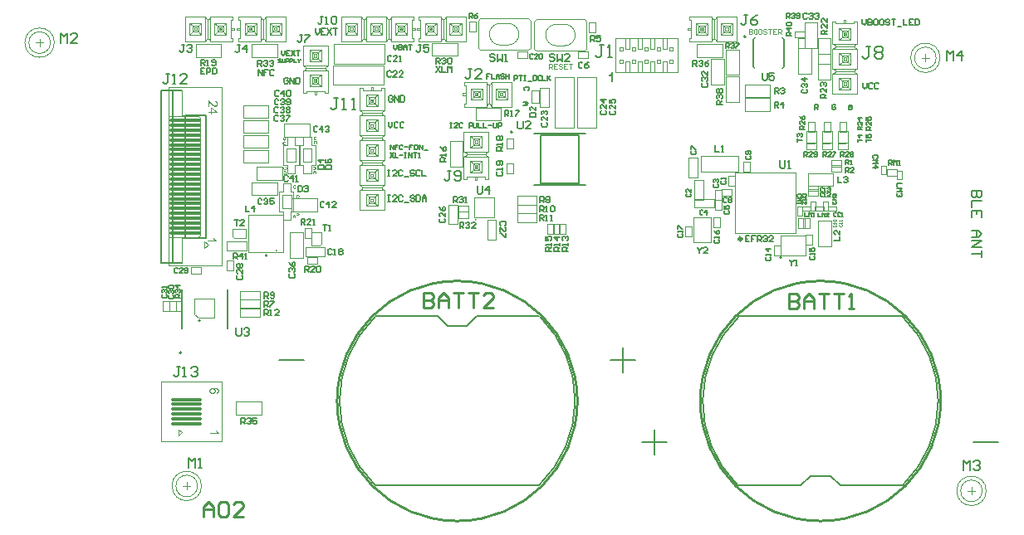
<source format=gto>
G04 Layer_Color=65535*
%FSLAX44Y44*%
%MOMM*%
G71*
G01*
G75*
%ADD55C,0.1270*%
%ADD59C,0.1524*%
%ADD61C,0.2032*%
%ADD62C,0.2540*%
%ADD76C,0.2000*%
%ADD77C,0.1000*%
%ADD78C,0.3000*%
%ADD79C,0.0700*%
%ADD80C,0.0254*%
%ADD81C,0.0762*%
%ADD82C,0.1001*%
%ADD83C,0.0500*%
%ADD84C,0.3000*%
%ADD85C,0.1780*%
%ADD86C,0.1520*%
%ADD87C,0.1778*%
%ADD88C,0.1300*%
%ADD89C,0.1500*%
G36*
X2108313Y2227820D02*
X2108341Y2227792D01*
X2108355Y2227737D01*
X2108397Y2227668D01*
X2108438Y2227584D01*
X2108494Y2227487D01*
X2108632Y2227251D01*
X2108785Y2226974D01*
X2108979Y2226697D01*
X2109201Y2226406D01*
X2109437Y2226114D01*
X2109451Y2226100D01*
X2109465Y2226087D01*
X2109506Y2226045D01*
X2109548Y2225990D01*
X2109686Y2225865D01*
X2109853Y2225698D01*
X2110047Y2225532D01*
X2110269Y2225352D01*
X2110491Y2225199D01*
X2110726Y2225060D01*
Y2224298D01*
X2101088D01*
Y2225476D01*
X2108591D01*
X2108577Y2225490D01*
X2108522Y2225560D01*
X2108438Y2225643D01*
X2108341Y2225782D01*
X2108216Y2225934D01*
X2108078Y2226128D01*
X2107925Y2226350D01*
X2107773Y2226600D01*
Y2226614D01*
X2107759Y2226627D01*
X2107703Y2226711D01*
X2107634Y2226849D01*
X2107551Y2227016D01*
X2107454Y2227210D01*
X2107357Y2227418D01*
X2107259Y2227626D01*
X2107176Y2227834D01*
X2108313D01*
Y2227820D01*
D02*
G37*
G36*
X2108117Y2075166D02*
X2108311D01*
X2108533Y2075152D01*
X2108797Y2075125D01*
X2109088Y2075097D01*
X2109407Y2075055D01*
X2109726Y2075000D01*
X2110072Y2074930D01*
X2110405Y2074847D01*
X2110738Y2074750D01*
X2111057Y2074625D01*
X2111362Y2074487D01*
X2111653Y2074334D01*
X2111903Y2074154D01*
X2111917Y2074140D01*
X2111945Y2074112D01*
X2112000Y2074057D01*
X2112083Y2073987D01*
X2112167Y2073904D01*
X2112250Y2073793D01*
X2112361Y2073654D01*
X2112458Y2073516D01*
X2112555Y2073349D01*
X2112666Y2073169D01*
X2112749Y2072961D01*
X2112846Y2072753D01*
X2112915Y2072517D01*
X2112971Y2072268D01*
X2112999Y2072004D01*
X2113013Y2071727D01*
Y2071713D01*
Y2071671D01*
Y2071616D01*
X2112999Y2071533D01*
Y2071436D01*
X2112985Y2071325D01*
X2112929Y2071061D01*
X2112860Y2070770D01*
X2112749Y2070465D01*
X2112583Y2070160D01*
X2112486Y2070007D01*
X2112375Y2069868D01*
X2112361Y2069854D01*
X2112347Y2069841D01*
X2112305Y2069799D01*
X2112264Y2069758D01*
X2112194Y2069688D01*
X2112111Y2069633D01*
X2111917Y2069480D01*
X2111667Y2069328D01*
X2111362Y2069189D01*
X2111015Y2069064D01*
X2110627Y2068981D01*
X2110530Y2070160D01*
X2110544D01*
X2110558Y2070173D01*
X2110641Y2070187D01*
X2110766Y2070229D01*
X2110918Y2070284D01*
X2111085Y2070340D01*
X2111251Y2070423D01*
X2111404Y2070520D01*
X2111529Y2070617D01*
X2111556Y2070645D01*
X2111612Y2070701D01*
X2111695Y2070798D01*
X2111792Y2070936D01*
X2111875Y2071117D01*
X2111958Y2071311D01*
X2112014Y2071546D01*
X2112042Y2071796D01*
Y2071824D01*
Y2071893D01*
X2112028Y2072004D01*
X2112000Y2072129D01*
X2111958Y2072295D01*
X2111903Y2072462D01*
X2111834Y2072628D01*
X2111723Y2072795D01*
X2111709Y2072822D01*
X2111653Y2072892D01*
X2111556Y2072989D01*
X2111418Y2073114D01*
X2111251Y2073252D01*
X2111057Y2073405D01*
X2110807Y2073544D01*
X2110530Y2073682D01*
X2110516D01*
X2110488Y2073696D01*
X2110447Y2073710D01*
X2110391Y2073738D01*
X2110308Y2073752D01*
X2110211Y2073779D01*
X2110100Y2073807D01*
X2109962Y2073835D01*
X2109809Y2073876D01*
X2109642Y2073904D01*
X2109462Y2073932D01*
X2109268Y2073946D01*
X2109046Y2073973D01*
X2108824Y2073987D01*
X2108575Y2074001D01*
X2108325D01*
X2108339Y2073987D01*
X2108422Y2073932D01*
X2108533Y2073835D01*
X2108672Y2073710D01*
X2108838Y2073571D01*
X2108991Y2073391D01*
X2109143Y2073197D01*
X2109282Y2072975D01*
Y2072961D01*
X2109296Y2072947D01*
X2109337Y2072864D01*
X2109379Y2072739D01*
X2109448Y2072573D01*
X2109504Y2072379D01*
X2109545Y2072157D01*
X2109587Y2071921D01*
X2109601Y2071671D01*
Y2071657D01*
Y2071616D01*
Y2071560D01*
X2109587Y2071477D01*
X2109573Y2071366D01*
X2109559Y2071255D01*
X2109532Y2071117D01*
X2109490Y2070978D01*
X2109393Y2070659D01*
X2109323Y2070493D01*
X2109227Y2070326D01*
X2109129Y2070160D01*
X2109018Y2069979D01*
X2108880Y2069813D01*
X2108727Y2069660D01*
X2108713Y2069646D01*
X2108686Y2069619D01*
X2108644Y2069577D01*
X2108575Y2069536D01*
X2108478Y2069466D01*
X2108380Y2069397D01*
X2108256Y2069328D01*
X2108117Y2069244D01*
X2107964Y2069161D01*
X2107798Y2069092D01*
X2107604Y2069022D01*
X2107410Y2068953D01*
X2107202Y2068911D01*
X2106966Y2068870D01*
X2106730Y2068842D01*
X2106481Y2068828D01*
X2106328D01*
X2106245Y2068842D01*
X2106161D01*
X2105940Y2068884D01*
X2105676Y2068925D01*
X2105399Y2068995D01*
X2105094Y2069092D01*
X2104802Y2069230D01*
X2104789D01*
X2104775Y2069244D01*
X2104733Y2069272D01*
X2104678Y2069300D01*
X2104539Y2069383D01*
X2104359Y2069508D01*
X2104164Y2069660D01*
X2103970Y2069841D01*
X2103776Y2070063D01*
X2103610Y2070298D01*
Y2070312D01*
X2103596Y2070326D01*
X2103568Y2070368D01*
X2103554Y2070423D01*
X2103485Y2070562D01*
X2103416Y2070742D01*
X2103332Y2070978D01*
X2103277Y2071241D01*
X2103221Y2071533D01*
X2103208Y2071852D01*
Y2071866D01*
Y2071921D01*
X2103221Y2071990D01*
Y2072101D01*
X2103235Y2072226D01*
X2103263Y2072365D01*
X2103305Y2072531D01*
X2103346Y2072698D01*
X2103402Y2072892D01*
X2103471Y2073086D01*
X2103554Y2073280D01*
X2103665Y2073488D01*
X2103790Y2073682D01*
X2103929Y2073876D01*
X2104095Y2074070D01*
X2104289Y2074251D01*
X2104303Y2074265D01*
X2104345Y2074292D01*
X2104400Y2074334D01*
X2104497Y2074389D01*
X2104622Y2074473D01*
X2104761Y2074542D01*
X2104941Y2074625D01*
X2105135Y2074709D01*
X2105371Y2074806D01*
X2105634Y2074889D01*
X2105926Y2074958D01*
X2106245Y2075027D01*
X2106605Y2075097D01*
X2106994Y2075138D01*
X2107410Y2075166D01*
X2107854Y2075180D01*
X2107978D01*
X2108117Y2075166D01*
D02*
G37*
G36*
X2110853Y2031478D02*
X2110881Y2031450D01*
X2110895Y2031395D01*
X2110937Y2031326D01*
X2110978Y2031242D01*
X2111034Y2031145D01*
X2111172Y2030909D01*
X2111325Y2030632D01*
X2111519Y2030355D01*
X2111741Y2030064D01*
X2111977Y2029772D01*
X2111991Y2029758D01*
X2112005Y2029745D01*
X2112046Y2029703D01*
X2112088Y2029648D01*
X2112226Y2029523D01*
X2112393Y2029356D01*
X2112587Y2029190D01*
X2112809Y2029010D01*
X2113031Y2028857D01*
X2113266Y2028718D01*
Y2027956D01*
X2103628D01*
Y2029134D01*
X2111131D01*
X2111117Y2029148D01*
X2111062Y2029218D01*
X2110978Y2029301D01*
X2110881Y2029440D01*
X2110756Y2029592D01*
X2110618Y2029786D01*
X2110465Y2030008D01*
X2110313Y2030258D01*
Y2030272D01*
X2110299Y2030285D01*
X2110243Y2030369D01*
X2110174Y2030507D01*
X2110091Y2030674D01*
X2109994Y2030868D01*
X2109897Y2031076D01*
X2109799Y2031284D01*
X2109716Y2031492D01*
X2110853D01*
Y2031478D01*
D02*
G37*
G36*
X2111701Y2356660D02*
Y2355703D01*
X2105488D01*
Y2354400D01*
X2104406D01*
Y2355703D01*
X2102104D01*
Y2356882D01*
X2104406D01*
Y2361057D01*
X2105488D01*
X2111701Y2356660D01*
D02*
G37*
G36*
X2102368Y2368268D02*
X2102492Y2368254D01*
X2102631Y2368227D01*
X2102770Y2368199D01*
X2102922Y2368143D01*
X2102936D01*
X2102950Y2368130D01*
X2103033Y2368102D01*
X2103158Y2368046D01*
X2103324Y2367963D01*
X2103519Y2367852D01*
X2103741Y2367713D01*
X2103962Y2367561D01*
X2104198Y2367367D01*
X2104212D01*
X2104226Y2367339D01*
X2104309Y2367270D01*
X2104434Y2367145D01*
X2104614Y2366965D01*
X2104822Y2366757D01*
X2105072Y2366493D01*
X2105349Y2366174D01*
X2105640Y2365827D01*
X2105654Y2365814D01*
X2105696Y2365758D01*
X2105765Y2365675D01*
X2105849Y2365578D01*
X2105959Y2365453D01*
X2106084Y2365300D01*
X2106223Y2365148D01*
X2106375Y2364968D01*
X2106708Y2364621D01*
X2107041Y2364274D01*
X2107208Y2364108D01*
X2107374Y2363955D01*
X2107527Y2363817D01*
X2107679Y2363706D01*
X2107693D01*
X2107707Y2363678D01*
X2107748Y2363650D01*
X2107804Y2363622D01*
X2107957Y2363525D01*
X2108137Y2363414D01*
X2108359Y2363317D01*
X2108594Y2363220D01*
X2108858Y2363165D01*
X2109108Y2363137D01*
X2109135D01*
X2109218Y2363151D01*
X2109357Y2363165D01*
X2109510Y2363206D01*
X2109704Y2363262D01*
X2109898Y2363359D01*
X2110092Y2363484D01*
X2110286Y2363650D01*
X2110314Y2363678D01*
X2110370Y2363747D01*
X2110439Y2363844D01*
X2110536Y2363997D01*
X2110619Y2364191D01*
X2110702Y2364413D01*
X2110758Y2364676D01*
X2110772Y2364968D01*
Y2364982D01*
Y2365009D01*
Y2365051D01*
X2110758Y2365106D01*
X2110744Y2365273D01*
X2110702Y2365467D01*
X2110647Y2365675D01*
X2110550Y2365911D01*
X2110425Y2366133D01*
X2110259Y2366341D01*
X2110231Y2366368D01*
X2110161Y2366424D01*
X2110051Y2366507D01*
X2109884Y2366590D01*
X2109690Y2366687D01*
X2109440Y2366770D01*
X2109163Y2366826D01*
X2108844Y2366854D01*
X2108969Y2368060D01*
X2108983D01*
X2109024Y2368046D01*
X2109094D01*
X2109191Y2368033D01*
X2109302Y2368005D01*
X2109427Y2367977D01*
X2109579Y2367935D01*
X2109732Y2367894D01*
X2110065Y2367783D01*
X2110397Y2367616D01*
X2110564Y2367519D01*
X2110730Y2367395D01*
X2110883Y2367270D01*
X2111021Y2367131D01*
X2111035Y2367117D01*
X2111049Y2367089D01*
X2111091Y2367048D01*
X2111132Y2366978D01*
X2111188Y2366895D01*
X2111243Y2366798D01*
X2111313Y2366687D01*
X2111382Y2366549D01*
X2111451Y2366396D01*
X2111521Y2366230D01*
X2111576Y2366049D01*
X2111632Y2365855D01*
X2111673Y2365647D01*
X2111715Y2365425D01*
X2111729Y2365190D01*
X2111743Y2364940D01*
Y2364926D01*
Y2364884D01*
Y2364801D01*
X2111729Y2364704D01*
X2111715Y2364593D01*
X2111701Y2364454D01*
X2111673Y2364302D01*
X2111646Y2364149D01*
X2111548Y2363789D01*
X2111410Y2363428D01*
X2111326Y2363248D01*
X2111229Y2363068D01*
X2111105Y2362901D01*
X2110966Y2362749D01*
X2110952Y2362735D01*
X2110938Y2362707D01*
X2110883Y2362679D01*
X2110827Y2362624D01*
X2110758Y2362554D01*
X2110661Y2362485D01*
X2110564Y2362416D01*
X2110439Y2362333D01*
X2110175Y2362194D01*
X2109843Y2362055D01*
X2109676Y2362000D01*
X2109482Y2361972D01*
X2109288Y2361944D01*
X2109080Y2361930D01*
X2108983D01*
X2108872Y2361944D01*
X2108719Y2361958D01*
X2108553Y2361986D01*
X2108359Y2362041D01*
X2108151Y2362097D01*
X2107943Y2362180D01*
X2107915Y2362194D01*
X2107845Y2362222D01*
X2107735Y2362277D01*
X2107582Y2362360D01*
X2107416Y2362471D01*
X2107208Y2362610D01*
X2107000Y2362776D01*
X2106764Y2362970D01*
X2106736Y2362998D01*
X2106653Y2363068D01*
X2106584Y2363137D01*
X2106514Y2363206D01*
X2106431Y2363289D01*
X2106320Y2363401D01*
X2106209Y2363511D01*
X2106084Y2363650D01*
X2105945Y2363789D01*
X2105793Y2363955D01*
X2105640Y2364135D01*
X2105460Y2364330D01*
X2105280Y2364552D01*
X2105086Y2364773D01*
X2105072Y2364787D01*
X2105044Y2364815D01*
X2105002Y2364870D01*
X2104947Y2364940D01*
X2104864Y2365023D01*
X2104781Y2365120D01*
X2104600Y2365342D01*
X2104392Y2365578D01*
X2104184Y2365800D01*
X2104004Y2365994D01*
X2103935Y2366077D01*
X2103865Y2366146D01*
X2103851Y2366160D01*
X2103810Y2366202D01*
X2103754Y2366257D01*
X2103671Y2366327D01*
X2103574Y2366396D01*
X2103477Y2366479D01*
X2103241Y2366646D01*
Y2361917D01*
X2102104D01*
Y2368282D01*
X2102257D01*
X2102368Y2368268D01*
D02*
G37*
G36*
X2514498Y2387346D02*
X2512654D01*
Y2394294D01*
X2512640Y2394280D01*
X2512612Y2394252D01*
X2512556Y2394211D01*
X2512473Y2394142D01*
X2512376Y2394058D01*
X2512265Y2393975D01*
X2512126Y2393878D01*
X2511974Y2393767D01*
X2511808Y2393656D01*
X2511627Y2393545D01*
X2511433Y2393420D01*
X2511225Y2393309D01*
X2510781Y2393101D01*
X2510282Y2392907D01*
Y2394571D01*
X2510296D01*
X2510310Y2394585D01*
X2510351Y2394599D01*
X2510407Y2394613D01*
X2510546Y2394682D01*
X2510740Y2394766D01*
X2510975Y2394877D01*
X2511239Y2395029D01*
X2511530Y2395223D01*
X2511835Y2395445D01*
X2511849Y2395459D01*
X2511877Y2395473D01*
X2511918Y2395515D01*
X2511974Y2395570D01*
X2512126Y2395709D01*
X2512293Y2395889D01*
X2512487Y2396111D01*
X2512681Y2396388D01*
X2512861Y2396679D01*
X2513000Y2396998D01*
X2514498D01*
Y2387346D01*
D02*
G37*
%LPC*%
G36*
X2106481Y2073821D02*
X2106383D01*
X2106259Y2073807D01*
X2106106Y2073793D01*
X2105926Y2073765D01*
X2105732Y2073710D01*
X2105524Y2073654D01*
X2105316Y2073571D01*
X2105288Y2073557D01*
X2105219Y2073516D01*
X2105121Y2073460D01*
X2104997Y2073377D01*
X2104872Y2073280D01*
X2104719Y2073155D01*
X2104594Y2073017D01*
X2104470Y2072850D01*
X2104456Y2072822D01*
X2104428Y2072767D01*
X2104373Y2072670D01*
X2104331Y2072545D01*
X2104275Y2072406D01*
X2104220Y2072240D01*
X2104192Y2072060D01*
X2104178Y2071866D01*
Y2071852D01*
Y2071838D01*
Y2071796D01*
X2104192Y2071741D01*
X2104206Y2071602D01*
X2104248Y2071422D01*
X2104331Y2071228D01*
X2104428Y2071006D01*
X2104581Y2070784D01*
X2104664Y2070673D01*
X2104775Y2070576D01*
X2104789D01*
X2104802Y2070548D01*
X2104886Y2070493D01*
X2105024Y2070409D01*
X2105205Y2070298D01*
X2105440Y2070201D01*
X2105718Y2070118D01*
X2106037Y2070063D01*
X2106411Y2070035D01*
X2106508D01*
X2106578Y2070049D01*
X2106661D01*
X2106758Y2070063D01*
X2106980Y2070104D01*
X2107229Y2070160D01*
X2107493Y2070257D01*
X2107742Y2070395D01*
X2107978Y2070576D01*
X2108006Y2070603D01*
X2108075Y2070673D01*
X2108159Y2070784D01*
X2108270Y2070936D01*
X2108380Y2071130D01*
X2108464Y2071352D01*
X2108533Y2071616D01*
X2108561Y2071907D01*
Y2071921D01*
Y2071949D01*
Y2071990D01*
X2108547Y2072046D01*
X2108533Y2072184D01*
X2108491Y2072379D01*
X2108422Y2072587D01*
X2108311Y2072822D01*
X2108172Y2073044D01*
X2107978Y2073266D01*
X2107951Y2073294D01*
X2107881Y2073349D01*
X2107756Y2073446D01*
X2107576Y2073544D01*
X2107368Y2073641D01*
X2107105Y2073738D01*
X2106813Y2073793D01*
X2106481Y2073821D01*
D02*
G37*
G36*
X2105488Y2359906D02*
Y2356882D01*
X2109787D01*
X2105488Y2359906D01*
D02*
G37*
%LPD*%
D55*
X2440744Y2332598D02*
X2479744D01*
X2440744Y2283598D02*
X2479744D01*
X2440744D02*
Y2332598D01*
X2479744Y2283598D02*
Y2332598D01*
X2434048Y2334298D02*
X2486948D01*
X2434048Y2281898D02*
X2486948D01*
X2075470Y2135507D02*
Y2175507D01*
X2121470Y2135507D02*
Y2175507D01*
X2099963Y2228230D02*
Y2353229D01*
X2078114Y2228230D02*
Y2353229D01*
X2099963D01*
X2078114Y2228230D02*
X2099963D01*
X2065802Y2202980D02*
Y2378479D01*
X2074753D01*
X2065802Y2202980D02*
X2074753D01*
X2053801D02*
Y2378479D01*
X2065802D01*
X2053801Y2202980D02*
X2065802D01*
D59*
X2651927Y2455415D02*
X2648542D01*
X2650234D01*
Y2446951D01*
X2648542Y2445258D01*
X2646849D01*
X2645156Y2446951D01*
X2662084Y2455415D02*
X2658698Y2453722D01*
X2655313Y2450336D01*
Y2446951D01*
X2657006Y2445258D01*
X2660391D01*
X2662084Y2446951D01*
Y2448644D01*
X2660391Y2450336D01*
X2655313D01*
D61*
X2688490Y2430890D02*
G03*
X2686990Y2432390I-1500J0D01*
G01*
Y2401390D02*
G03*
X2688490Y2402890I0J1500D01*
G01*
X2657490D02*
G03*
X2658990Y2401390I1500J0D01*
G01*
Y2432390D02*
G03*
X2657490Y2430890I0J-1500D01*
G01*
X2688490Y2402890D02*
Y2430890D01*
X2657490Y2402890D02*
Y2430890D01*
D62*
X2478294Y2061718D02*
G03*
X2478294Y2061718I-122500J0D01*
G01*
X2848626D02*
G03*
X2848626Y2061718I-122500J0D01*
G01*
X2693670Y2171441D02*
Y2156206D01*
X2701288D01*
X2703827Y2158745D01*
Y2161284D01*
X2701288Y2163824D01*
X2693670D01*
X2701288D01*
X2703827Y2166363D01*
Y2168902D01*
X2701288Y2171441D01*
X2693670D01*
X2708905Y2156206D02*
Y2166363D01*
X2713983Y2171441D01*
X2719062Y2166363D01*
Y2156206D01*
Y2163824D01*
X2708905D01*
X2724140Y2171441D02*
X2734297D01*
X2729218D01*
Y2156206D01*
X2739375Y2171441D02*
X2749532D01*
X2744454D01*
Y2156206D01*
X2754610D02*
X2759689D01*
X2757149D01*
Y2171441D01*
X2754610Y2168902D01*
X2321814Y2172457D02*
Y2157222D01*
X2329431D01*
X2331971Y2159761D01*
Y2162300D01*
X2329431Y2164839D01*
X2321814D01*
X2329431D01*
X2331971Y2167379D01*
Y2169918D01*
X2329431Y2172457D01*
X2321814D01*
X2337049Y2157222D02*
Y2167379D01*
X2342127Y2172457D01*
X2347206Y2167379D01*
Y2157222D01*
Y2164839D01*
X2337049D01*
X2352284Y2172457D02*
X2362441D01*
X2357363D01*
Y2157222D01*
X2367519Y2172457D02*
X2377676D01*
X2372598D01*
Y2157222D01*
X2392911D02*
X2382754D01*
X2392911Y2167379D01*
Y2169918D01*
X2390372Y2172457D01*
X2385293D01*
X2382754Y2169918D01*
X2096770Y1943608D02*
Y1953765D01*
X2101848Y1958843D01*
X2106927Y1953765D01*
Y1943608D01*
Y1951225D01*
X2096770D01*
X2112005Y1956304D02*
X2114544Y1958843D01*
X2119623D01*
X2122162Y1956304D01*
Y1946147D01*
X2119623Y1943608D01*
X2114544D01*
X2112005Y1946147D01*
Y1956304D01*
X2137397Y1943608D02*
X2127240D01*
X2137397Y1953765D01*
Y1956304D01*
X2134858Y1958843D01*
X2129779D01*
X2127240Y1956304D01*
D76*
X2271761Y2147383D02*
G03*
X2271764Y1976050I84033J-85665D01*
G01*
X2439477Y1976084D02*
G03*
X2440548Y2147262I-83571J86115D01*
G01*
X2642443Y2147352D02*
G03*
X2641372Y1976174I83571J-86115D01*
G01*
X2810159Y1976053D02*
G03*
X2810156Y2147386I-84033J85665D01*
G01*
X2375135Y2247047D02*
G03*
X2375135Y2247047I-500J0D01*
G01*
X2162032Y2210308D02*
G03*
X2162032Y2210308I-1000J0D01*
G01*
X2093802Y2143760D02*
G03*
X2093802Y2143760I-1000J0D01*
G01*
X2411968Y2336038D02*
G03*
X2411968Y2336038I-1000J0D01*
G01*
X2649860Y2433400D02*
G03*
X2649860Y2433400I-1000J0D01*
G01*
X2074519Y2111057D02*
G03*
X2074519Y2111057I-1000J0D01*
G01*
X2686542Y2207959D02*
G03*
X2686542Y2207959I-1000J0D01*
G01*
X2174184Y2103628D02*
X2199584D01*
X2272194Y1975358D02*
X2439394D01*
X2375794Y2148068D02*
X2375794D01*
X2365794Y2138068D02*
X2375794Y2148068D01*
X2345794Y2138068D02*
X2365794D01*
X2335794Y2148068D02*
X2335794D01*
X2335794D02*
X2335794D01*
X2345794Y2138068D01*
X2375794Y2148071D02*
X2439394Y2148078D01*
X2524704Y2090928D02*
Y2116328D01*
X2512004Y2103628D02*
X2537404D01*
X2272194Y2148068D02*
X2335794D01*
X2746126Y1975368D02*
X2809726D01*
X2544516Y2019808D02*
X2569916D01*
X2557216Y2007108D02*
Y2032508D01*
X2642526Y1975358D02*
X2706126Y1975365D01*
X2736126Y1985368D02*
X2746126Y1975368D01*
X2746126D01*
X2746126D02*
X2746126D01*
X2716126Y1985368D02*
X2736126D01*
X2706126Y1975368D02*
X2716126Y1985368D01*
X2706126Y1975368D02*
X2706126D01*
X2642526Y2148078D02*
X2809726D01*
X2882336Y2019808D02*
X2907736D01*
X2234307Y2371148D02*
X2230309D01*
X2232308D01*
Y2361151D01*
X2230309Y2359152D01*
X2228309D01*
X2226310Y2361151D01*
X2238306Y2359152D02*
X2242305D01*
X2240305D01*
Y2371148D01*
X2238306Y2369149D01*
X2248303Y2359152D02*
X2252302D01*
X2250302D01*
Y2371148D01*
X2248303Y2369149D01*
D77*
X2171827Y2215134D02*
G03*
X2171827Y2215134I-635J0D01*
G01*
X2445891Y2435352D02*
G03*
X2456891Y2424352I11000J0D01*
G01*
X2476121Y2435352D02*
G03*
X2465121Y2446352I-11000J0D01*
G01*
Y2424352D02*
G03*
X2476121Y2435352I0J11000D01*
G01*
X2456891Y2446352D02*
G03*
X2445891Y2435352I0J-11000D01*
G01*
X2399487Y2447114D02*
G03*
X2388487Y2436114I0J-11000D01*
G01*
X2407717Y2425114D02*
G03*
X2418717Y2436114I0J11000D01*
G01*
D02*
G03*
X2407717Y2447114I-11000J0D01*
G01*
X2388487Y2436114D02*
G03*
X2399487Y2425114I11000J0D01*
G01*
X2848000Y2412000D02*
G03*
X2848000Y2412000I-15000J0D01*
G01*
X2844000D02*
G03*
X2844000Y2412000I-11000J0D01*
G01*
X2891000Y1970000D02*
G03*
X2891000Y1970000I-11000J0D01*
G01*
X2895000D02*
G03*
X2895000Y1970000I-15000J0D01*
G01*
X1945000Y2427500D02*
G03*
X1945000Y2427500I-15000J0D01*
G01*
X1941000D02*
G03*
X1941000Y2427500I-11000J0D01*
G01*
X2091000Y1975000D02*
G03*
X2091000Y1975000I-11000J0D01*
G01*
X2095000D02*
G03*
X2095000Y1975000I-15000J0D01*
G01*
X2126346Y2237661D02*
X2140346D01*
Y2227659D02*
Y2237661D01*
X2128345Y2227659D02*
X2140346D01*
X2126346Y2229660D02*
X2128345Y2227659D01*
X2126346Y2229660D02*
Y2237661D01*
X2431098Y2378360D02*
X2439099D01*
X2431098Y2366360D02*
Y2378360D01*
Y2366360D02*
X2439099D01*
Y2378360D01*
X2194984Y2322759D02*
X2198985D01*
Y2331258D01*
X2206986D01*
Y2322759D02*
Y2331258D01*
Y2322759D02*
X2210986D01*
Y2302759D02*
Y2322759D01*
X2206986Y2302759D02*
X2210986D01*
X2206986Y2294260D02*
Y2302759D01*
X2198985Y2294260D02*
X2206986D01*
X2198985D02*
Y2302759D01*
X2194984D02*
X2198985D01*
X2194984D02*
Y2322759D01*
X2194476Y2302759D02*
Y2322759D01*
X2190476D02*
X2194476D01*
X2190476D02*
Y2331258D01*
X2182475D02*
X2190476D01*
X2182475Y2322759D02*
Y2331258D01*
X2178474Y2322759D02*
X2182475D01*
X2178474Y2302759D02*
Y2322759D01*
Y2302759D02*
X2182475D01*
Y2294260D02*
Y2302759D01*
Y2294260D02*
X2190476D01*
Y2302759D01*
X2194476D01*
X2174113Y2275172D02*
X2178114D01*
Y2283671D01*
X2186115D01*
Y2275172D02*
Y2283671D01*
Y2275172D02*
X2188464D01*
Y2255172D02*
Y2275172D01*
X2186115Y2255172D02*
X2188464D01*
X2186115Y2246673D02*
Y2255172D01*
X2178114Y2246673D02*
X2186115D01*
X2178114D02*
Y2255172D01*
X2174113D02*
X2178114D01*
X2174113D02*
Y2275172D01*
X2743787Y2324212D02*
X2751788D01*
X2753789Y2326211D01*
Y2337308D01*
X2743787D02*
X2753789D01*
X2743787Y2324212D02*
Y2337308D01*
X2727785Y2324212D02*
Y2337308D01*
X2737787D01*
Y2326211D02*
Y2337308D01*
X2735786Y2324212D02*
X2737787Y2326211D01*
X2727785Y2324212D02*
X2735786D01*
X2711818Y2324156D02*
X2719819D01*
X2721821Y2326155D01*
Y2337308D01*
X2711818D02*
X2721821D01*
X2711818Y2324156D02*
Y2337308D01*
X2207339Y2220072D02*
X2215340D01*
X2217341Y2222071D01*
Y2234072D01*
X2207339D02*
X2217341D01*
X2207339Y2220072D02*
Y2234072D01*
X2142744Y2213356D02*
X2178304D01*
Y2251964D01*
X2142744D02*
X2178304D01*
X2142744Y2213356D02*
Y2251964D01*
X2087883Y2150461D02*
X2091883Y2146460D01*
X2107883D01*
Y2166460D01*
X2087883D02*
X2107883D01*
X2087883Y2150461D02*
Y2166460D01*
X2516632Y2397628D02*
Y2431928D01*
X2580132D01*
Y2397628D02*
Y2431928D01*
X2516632Y2397628D02*
X2580132D01*
X2436342Y2451354D02*
X2485644D01*
X2457018Y2446350D02*
X2465019D01*
X2457018Y2424354D02*
X2465019D01*
X2436358Y2419350D02*
X2485644D01*
X2487676Y2421382D01*
Y2449322D01*
X2434336Y2421398D02*
Y2449322D01*
X2485644Y2451354D02*
X2487676Y2449322D01*
X2434336D02*
X2436342Y2451354D01*
X2434336Y2421398D02*
X2436358Y2419350D01*
X2376932Y2422160D02*
X2378954Y2420112D01*
X2376932Y2450084D02*
X2378938Y2452116D01*
X2428240D02*
X2430272Y2450084D01*
X2376932Y2422160D02*
Y2450084D01*
X2430272Y2422144D02*
Y2450084D01*
X2428240Y2420112D02*
X2430272Y2422144D01*
X2378954Y2420112D02*
X2428240D01*
X2399614Y2425116D02*
X2407615D01*
X2399614Y2447112D02*
X2407615D01*
X2378938Y2452116D02*
X2428240D01*
X2115863Y2199729D02*
Y2381730D01*
X2061863Y2199729D02*
X2115863D01*
X2061863D02*
Y2381730D01*
X2115863D01*
X2115860Y2020316D02*
Y2081276D01*
X2053810Y2020316D02*
X2115860D01*
X2053810D02*
Y2081276D01*
X2115860D01*
X2700703Y2233069D02*
Y2295070D01*
X2638703Y2233069D02*
X2700703D01*
X2638702Y2233070D02*
Y2295070D01*
X2700703D01*
X2596896Y2224024D02*
X2614676D01*
X2596896D02*
Y2249424D01*
X2614676Y2224024D02*
Y2249424D01*
X2596896D02*
X2614676D01*
X2833000Y2408190D02*
Y2415810D01*
X2829190Y2412000D02*
X2836810D01*
X2876190Y1970000D02*
X2883810D01*
X2880000Y1966190D02*
Y1973810D01*
X1930000Y2423690D02*
Y2431310D01*
X1926190Y2427500D02*
X1933810D01*
X2076190Y1975000D02*
X2083810D01*
X2080000Y1971190D02*
Y1978810D01*
X2745527Y2242025D02*
X2745027Y2241526D01*
Y2240526D01*
X2745527Y2240026D01*
X2747526D01*
X2748026Y2240526D01*
Y2241526D01*
X2747526Y2242025D01*
X2748026Y2243025D02*
Y2244025D01*
Y2243525D01*
X2745027D01*
X2745527Y2243025D01*
X2748026Y2245524D02*
Y2246524D01*
Y2246024D01*
X2745027D01*
X2745527Y2245524D01*
X2739685Y2241517D02*
X2739185Y2241017D01*
Y2240018D01*
X2739685Y2239518D01*
X2741684D01*
X2742184Y2240018D01*
Y2241017D01*
X2741684Y2241517D01*
X2742184Y2242517D02*
Y2243517D01*
Y2243017D01*
X2739185D01*
X2739685Y2242517D01*
Y2245016D02*
X2739185Y2245516D01*
Y2246516D01*
X2739685Y2247016D01*
X2741684D01*
X2742184Y2246516D01*
Y2245516D01*
X2741684Y2245016D01*
X2739685D01*
X2208784Y2300478D02*
X2210783D01*
X2211783Y2299478D01*
X2210783Y2298479D01*
X2208784D01*
X2210284D01*
Y2300478D01*
X2211834Y2324729D02*
X2212334Y2325229D01*
Y2326229D01*
X2211834Y2326729D01*
X2209835D01*
X2209335Y2326229D01*
Y2325229D01*
X2209835Y2324729D01*
X2178853Y2300445D02*
X2178353Y2299946D01*
Y2298946D01*
X2178853Y2298446D01*
X2180852D01*
X2181352Y2298946D01*
Y2299946D01*
X2180852Y2300445D01*
X2180082Y2324100D02*
X2178083D01*
X2177083Y2325100D01*
X2178083Y2326099D01*
X2180082D01*
X2178582D01*
Y2324100D01*
X2191766Y2253488D02*
X2193765D01*
X2194765Y2252488D01*
X2193765Y2251489D01*
X2191766D01*
X2193266D01*
Y2253488D01*
X2194011Y2269777D02*
X2194511Y2270276D01*
Y2271276D01*
X2194011Y2271776D01*
X2192012D01*
X2191512Y2271276D01*
Y2270276D01*
X2192012Y2269777D01*
X2211545Y2331171D02*
X2211046Y2331671D01*
X2210046D01*
X2209546Y2331171D01*
Y2329172D01*
X2210046Y2328672D01*
X2211046D01*
X2211545Y2329172D01*
X2209038Y2293874D02*
Y2295873D01*
X2210038Y2296873D01*
X2211037Y2295873D01*
Y2293874D01*
Y2295374D01*
X2209038D01*
X2180125Y2330539D02*
Y2328539D01*
X2179126Y2327540D01*
X2178126Y2328539D01*
Y2330539D01*
Y2329039D01*
X2180125D01*
X2178845Y2293915D02*
X2179344Y2293415D01*
X2180344D01*
X2180844Y2293915D01*
Y2295914D01*
X2180344Y2296414D01*
X2179344D01*
X2178845Y2295914D01*
X2190463Y2281641D02*
X2189964Y2282141D01*
X2188964D01*
X2188464Y2281641D01*
Y2279642D01*
X2188964Y2279142D01*
X2189964D01*
X2190463Y2279642D01*
X2188155Y2249006D02*
Y2251005D01*
X2189155Y2252005D01*
X2190155Y2251005D01*
Y2249006D01*
Y2250506D01*
X2188155D01*
X2449322Y2400554D02*
Y2405552D01*
X2451821D01*
X2452654Y2404719D01*
Y2403053D01*
X2451821Y2402220D01*
X2449322D01*
X2450988D02*
X2452654Y2400554D01*
X2457653Y2405552D02*
X2454320D01*
Y2400554D01*
X2457653D01*
X2454320Y2403053D02*
X2455986D01*
X2462651Y2404719D02*
X2461818Y2405552D01*
X2460152D01*
X2459319Y2404719D01*
Y2403886D01*
X2460152Y2403053D01*
X2461818D01*
X2462651Y2402220D01*
Y2401387D01*
X2461818Y2400554D01*
X2460152D01*
X2459319Y2401387D01*
X2467649Y2405552D02*
X2464317D01*
Y2400554D01*
X2467649D01*
X2464317Y2403053D02*
X2465983D01*
X2469315Y2405552D02*
X2472648D01*
X2470982D01*
Y2400554D01*
X2653030Y2441366D02*
Y2436368D01*
X2655529D01*
X2656362Y2437201D01*
Y2438034D01*
X2655529Y2438867D01*
X2653030D01*
X2655529D01*
X2656362Y2439700D01*
Y2440533D01*
X2655529Y2441366D01*
X2653030D01*
X2660528D02*
X2658861D01*
X2658028Y2440533D01*
Y2437201D01*
X2658861Y2436368D01*
X2660528D01*
X2661360Y2437201D01*
Y2440533D01*
X2660528Y2441366D01*
X2665526D02*
X2663860D01*
X2663027Y2440533D01*
Y2437201D01*
X2663860Y2436368D01*
X2665526D01*
X2666359Y2437201D01*
Y2440533D01*
X2665526Y2441366D01*
X2671357Y2440533D02*
X2670524Y2441366D01*
X2668858D01*
X2668025Y2440533D01*
Y2439700D01*
X2668858Y2438867D01*
X2670524D01*
X2671357Y2438034D01*
Y2437201D01*
X2670524Y2436368D01*
X2668858D01*
X2668025Y2437201D01*
X2673023Y2441366D02*
X2676356D01*
X2674690D01*
Y2436368D01*
X2681354Y2441366D02*
X2678022D01*
Y2436368D01*
X2681354D01*
X2678022Y2438867D02*
X2679688D01*
X2683020Y2436368D02*
Y2441366D01*
X2685519D01*
X2686353Y2440533D01*
Y2438867D01*
X2685519Y2438034D01*
X2683020D01*
X2684686D02*
X2686353Y2436368D01*
D78*
X2645803Y2227240D02*
G03*
X2645803Y2227240I-1500J0D01*
G01*
D79*
X2703325Y2421870D02*
X2709923D01*
X2703325D02*
Y2432070D01*
X2709923D01*
Y2421870D02*
Y2432070D01*
X2155998Y2048106D02*
Y2061106D01*
X2129998Y2048106D02*
X2155998D01*
X2129998D02*
Y2061106D01*
X2155998D01*
X2348334Y2300940D02*
Y2326940D01*
Y2300940D02*
X2361334D01*
Y2326940D01*
X2348334D02*
X2361334D01*
X2416962Y2244162D02*
X2436962D01*
Y2253162D01*
X2416962D02*
X2436962D01*
X2416962Y2244162D02*
Y2253162D01*
Y2253052D02*
X2436962D01*
Y2262052D01*
X2416962D02*
X2436962D01*
X2416962Y2253052D02*
Y2262052D01*
X2416970Y2270942D02*
X2436970D01*
X2416970Y2261942D02*
Y2270942D01*
Y2261942D02*
X2436970D01*
Y2270942D01*
X2134697Y2165089D02*
X2154697D01*
Y2174089D01*
X2134697D02*
X2154697D01*
X2134697Y2165089D02*
Y2174089D01*
Y2147563D02*
X2154697D01*
Y2156563D01*
X2134697D02*
X2154697D01*
X2134697Y2147563D02*
Y2156563D01*
Y2156199D02*
X2154697D01*
Y2165199D01*
X2134697D02*
X2154697D01*
X2134697Y2156199D02*
Y2165199D01*
X2406145Y2319508D02*
X2412744D01*
X2406145D02*
Y2329708D01*
X2412744D01*
Y2319508D02*
Y2329708D01*
X2406398Y2294118D02*
Y2304319D01*
Y2294118D02*
X2412997D01*
Y2304319D01*
X2406398D02*
X2412997D01*
X2453642Y2232640D02*
X2460242D01*
X2453642D02*
Y2242840D01*
X2460242D01*
Y2232640D02*
Y2242840D01*
X2366832Y2248371D02*
Y2254969D01*
X2356632Y2248371D02*
X2366832D01*
X2356632D02*
Y2254969D01*
X2366832D01*
X2202668Y2208781D02*
X2212868D01*
X2202668Y2202182D02*
Y2208781D01*
Y2202182D02*
X2212868D01*
Y2208781D01*
X2699746Y2439160D02*
X2709946D01*
X2699746Y2432560D02*
Y2439160D01*
Y2432560D02*
X2709946D01*
Y2439160D01*
X2496817Y2438380D02*
Y2448580D01*
X2490219D02*
X2496817D01*
X2490219Y2438380D02*
Y2448580D01*
Y2438380D02*
X2496817D01*
X2368298Y2439152D02*
X2374897D01*
X2368298D02*
Y2449353D01*
X2374897D01*
Y2439152D02*
Y2449353D01*
X2416779Y2411987D02*
X2426980D01*
Y2418586D01*
X2416779D02*
X2426980D01*
X2416779Y2411987D02*
Y2418586D01*
X2479263Y2411732D02*
Y2418331D01*
X2489464D01*
Y2411732D02*
Y2418331D01*
X2479263Y2411732D02*
X2489464D01*
X2588517Y2229338D02*
Y2239538D01*
Y2229338D02*
X2595115D01*
Y2239538D01*
X2588517D02*
X2595115D01*
X2617219Y2248873D02*
X2623817D01*
Y2238672D02*
Y2248873D01*
X2617219Y2238672D02*
X2623817D01*
X2617219D02*
Y2248873D01*
X2685286Y2209970D02*
Y2220171D01*
X2678687D02*
X2685286D01*
X2678687Y2209970D02*
Y2220171D01*
Y2209970D02*
X2685286D01*
X2711198Y2221400D02*
X2717798D01*
X2711198D02*
Y2231601D01*
X2717798D01*
Y2221400D02*
Y2231601D01*
X2727940Y2318515D02*
X2738140D01*
Y2325114D01*
X2727940D02*
X2738140D01*
X2727940Y2318515D02*
Y2325114D01*
X2737084Y2301243D02*
Y2307841D01*
X2747284D01*
Y2301243D02*
Y2307841D01*
X2737084Y2301243D02*
X2747284D01*
X2625578Y2271461D02*
X2635778D01*
Y2278060D01*
X2625578D02*
X2635778D01*
X2625578Y2271461D02*
Y2278060D01*
X2647444Y2295568D02*
X2654044D01*
X2647444D02*
Y2305769D01*
X2654044D01*
Y2295568D02*
Y2305769D01*
X2625595Y2256960D02*
Y2267161D01*
X2618997D02*
X2625595D01*
X2618997Y2256960D02*
Y2267161D01*
Y2256960D02*
X2625595D01*
X2632078Y2291545D02*
X2638676D01*
Y2281344D02*
Y2291545D01*
X2632078Y2281344D02*
X2638676D01*
X2632078D02*
Y2291545D01*
X2618997Y2267120D02*
Y2277321D01*
Y2267120D02*
X2625595D01*
Y2277321D01*
X2618997D02*
X2625595D01*
X2723408Y2276348D02*
Y2281214D01*
X2713208Y2276348D02*
X2723408D01*
X2713208D02*
Y2281214D01*
X2723408D01*
X2708658Y2238482D02*
Y2248682D01*
Y2238482D02*
X2715258D01*
Y2248682D01*
X2708658D02*
X2715258D01*
X2068802Y2153615D02*
X2075401D01*
X2068802D02*
Y2163816D01*
X2075401D01*
Y2153615D02*
Y2163816D01*
X2062193Y2153615D02*
Y2163816D01*
X2055594D02*
X2062193D01*
X2055594Y2153615D02*
Y2163816D01*
Y2153615D02*
X2062193D01*
X2745489Y2346980D02*
X2752087D01*
Y2336780D02*
Y2346980D01*
X2745489Y2336780D02*
X2752087D01*
X2745489D02*
Y2346980D01*
X2729741Y2336780D02*
Y2346980D01*
Y2336780D02*
X2736339D01*
Y2346980D01*
X2729741D02*
X2736339D01*
X2713738D02*
X2720338D01*
Y2336780D02*
Y2346980D01*
X2713738Y2336780D02*
X2720338D01*
X2713738D02*
Y2346980D01*
X2466337Y2232640D02*
Y2242840D01*
X2459738D02*
X2466337D01*
X2459738Y2232640D02*
Y2242840D01*
Y2232640D02*
X2466337D01*
X2447547D02*
X2454146D01*
X2447547D02*
Y2242840D01*
X2454146D01*
Y2232640D02*
Y2242840D01*
X2127247Y2195048D02*
Y2205248D01*
X2120648D02*
X2127247D01*
X2120648Y2195048D02*
Y2205248D01*
Y2195048D02*
X2127247D01*
X2094494Y2191768D02*
Y2198367D01*
X2084294Y2191768D02*
X2094494D01*
X2084294D02*
Y2198367D01*
X2094494D01*
X2068797Y2153615D02*
Y2163816D01*
X2062198D02*
X2068797D01*
X2062198Y2153615D02*
Y2163816D01*
Y2153615D02*
X2068797D01*
X2200168Y2228116D02*
X2206767D01*
X2200168D02*
Y2238317D01*
X2206767D01*
Y2228116D02*
Y2238317D01*
X2356632Y2261319D02*
X2366832D01*
X2356632Y2254720D02*
Y2261319D01*
Y2254720D02*
X2366832D01*
Y2261319D01*
X2743952Y2318515D02*
Y2325114D01*
X2754153D01*
Y2318515D02*
Y2325114D01*
X2743952Y2318515D02*
X2754153D01*
X2729016Y2265100D02*
X2734016D01*
Y2256100D02*
Y2265100D01*
X2729016Y2256100D02*
X2734016D01*
X2729016D02*
Y2265100D01*
X2803946Y2287850D02*
Y2296850D01*
Y2287850D02*
X2808946D01*
Y2296850D01*
X2803946D02*
X2808946D01*
X2716204Y2255560D02*
Y2260560D01*
X2707204Y2255560D02*
X2716204D01*
X2707204D02*
Y2260560D01*
X2716204D01*
X2715808Y2256100D02*
Y2265100D01*
Y2256100D02*
X2720808D01*
Y2265100D01*
X2715808D02*
X2720808D01*
X2702600Y2251020D02*
X2707600D01*
X2702600D02*
Y2260020D01*
X2707600D01*
Y2251020D02*
Y2260020D01*
X2788198Y2292930D02*
Y2301930D01*
Y2292930D02*
X2793198D01*
Y2301930D01*
X2788198D02*
X2793198D01*
X2729422Y2255560D02*
Y2260560D01*
X2720422Y2255560D02*
X2729422D01*
X2720422D02*
Y2260560D01*
X2729422D01*
X2733620D02*
X2742620D01*
X2733620Y2255560D02*
Y2260560D01*
Y2255560D02*
X2742620D01*
Y2260560D01*
X2346952Y2262044D02*
X2355952D01*
Y2242044D02*
Y2262044D01*
X2346952Y2242044D02*
X2355952D01*
X2346952D02*
Y2262044D01*
X2201070Y2209618D02*
X2221070D01*
Y2218618D01*
X2201070D02*
X2221070D01*
X2201070Y2209618D02*
Y2218618D01*
X2440250Y2381598D02*
X2449250D01*
Y2361598D02*
Y2381598D01*
X2440250Y2361598D02*
X2449250D01*
X2440250D02*
Y2381598D01*
X2591888Y2290161D02*
Y2310161D01*
Y2290161D02*
X2600888D01*
Y2310161D01*
X2591888D02*
X2600888D01*
X2597476Y2267364D02*
Y2287364D01*
Y2267364D02*
X2606476D01*
Y2287364D01*
X2597476D02*
X2606476D01*
X2617818Y2259148D02*
Y2268148D01*
X2597818Y2259148D02*
X2617818D01*
X2597818D02*
Y2268148D01*
X2617818D01*
X2120806Y2224460D02*
X2140806D01*
X2120806Y2215460D02*
Y2224460D01*
Y2215460D02*
X2140806D01*
Y2224460D01*
X2386402Y2226470D02*
Y2246470D01*
Y2226470D02*
X2395402D01*
Y2246470D01*
X2386402D02*
X2395402D01*
X2373162Y2269450D02*
X2393482D01*
Y2249130D02*
Y2269450D01*
X2373162Y2249130D02*
X2393482D01*
X2373162D02*
Y2269450D01*
X2374600Y2348080D02*
X2400600D01*
Y2361080D01*
X2374600D02*
X2400600D01*
X2374600Y2348080D02*
Y2361080D01*
X2703680Y2421682D02*
X2716680D01*
Y2395682D02*
Y2421682D01*
X2703680Y2395682D02*
X2716680D01*
X2703680D02*
Y2421682D01*
X2329896Y2414120D02*
X2355896D01*
Y2427120D01*
X2329896D02*
X2355896D01*
X2329896Y2414120D02*
Y2427120D01*
X2146584Y2426028D02*
X2172584D01*
X2146584Y2413028D02*
Y2426028D01*
Y2413028D02*
X2172584D01*
Y2426028D01*
X2115180Y2413028D02*
Y2426028D01*
X2089180Y2413028D02*
X2115180D01*
X2089180D02*
Y2426028D01*
X2115180D01*
X2723238Y2405969D02*
Y2431969D01*
Y2405969D02*
X2736238D01*
Y2431969D01*
X2723238D02*
X2736238D01*
X2600152Y2412850D02*
Y2425850D01*
X2626152D01*
Y2412850D02*
Y2425850D01*
X2600152Y2412850D02*
X2626152D01*
X2736238Y2389840D02*
Y2415840D01*
X2723238D02*
X2736238D01*
X2723238Y2389840D02*
Y2415840D01*
Y2389840D02*
X2736238D01*
X2723746Y2245406D02*
X2736746D01*
Y2219406D02*
Y2245406D01*
X2723746Y2219406D02*
X2736746D01*
X2723746D02*
Y2245406D01*
X2723030Y2422098D02*
Y2448098D01*
X2710030D02*
X2723030D01*
X2710030Y2422098D02*
Y2448098D01*
Y2422098D02*
X2723030D01*
X2614780Y2411014D02*
X2627780D01*
Y2385014D02*
Y2411014D01*
X2614780Y2385014D02*
X2627780D01*
X2614780D02*
Y2411014D01*
X2713182Y2281214D02*
Y2294214D01*
X2739182D01*
Y2281214D02*
Y2294214D01*
X2713182Y2281214D02*
X2739182D01*
X2711938Y2318515D02*
Y2325114D01*
X2722138D01*
Y2318515D02*
Y2325114D01*
X2711938Y2318515D02*
X2722138D01*
X2737084Y2295591D02*
Y2302190D01*
X2747284D01*
Y2295591D02*
Y2302190D01*
X2737084Y2295591D02*
X2747284D01*
X2674920Y2371956D02*
Y2384956D01*
X2648920Y2371956D02*
X2674920D01*
X2648920D02*
Y2384956D01*
X2674920D01*
X2648920Y2357732D02*
Y2370732D01*
X2674920D01*
Y2357732D02*
Y2370732D01*
X2648920Y2357732D02*
X2674920D01*
X2629766Y2420412D02*
X2642766D01*
Y2394412D02*
Y2420412D01*
X2629766Y2394412D02*
X2642766D01*
X2629766D02*
Y2420412D01*
Y2393234D02*
X2642766D01*
Y2367234D02*
Y2393234D01*
X2629766Y2367234D02*
X2642766D01*
X2629766D02*
Y2393234D01*
X2723408Y2271017D02*
Y2277616D01*
X2713208Y2271017D02*
X2723408D01*
X2713208D02*
Y2277616D01*
X2723408D01*
X2703325Y2238482D02*
X2709923D01*
X2703325D02*
Y2248682D01*
X2709923D01*
Y2238482D02*
Y2248682D01*
X2803683Y2291591D02*
Y2298190D01*
X2793482Y2291591D02*
X2803683D01*
X2793482D02*
Y2298190D01*
X2803683D01*
X2172254Y2271880D02*
Y2284880D01*
X2146254Y2271880D02*
X2172254D01*
X2146254D02*
Y2284880D01*
X2172254D01*
X2185248Y2207897D02*
X2198248D01*
X2185248D02*
Y2233897D01*
X2198248D01*
Y2207897D02*
Y2233897D01*
X2186942Y2255261D02*
Y2268261D01*
X2212942D01*
Y2255261D02*
Y2268261D01*
X2186942Y2255261D02*
X2212942D01*
X2205274Y2331570D02*
Y2344570D01*
X2179274Y2331570D02*
X2205274D01*
X2179274D02*
Y2344570D01*
X2205274D01*
X2151334Y2287628D02*
Y2300628D01*
X2177334D01*
Y2287628D02*
Y2300628D01*
X2151334Y2287628D02*
X2177334D01*
X2163364Y2305154D02*
Y2318154D01*
X2137364Y2305154D02*
X2163364D01*
X2137364D02*
Y2318154D01*
X2163364D01*
Y2320394D02*
Y2333394D01*
X2137364Y2320394D02*
X2163364D01*
X2137364D02*
Y2333394D01*
X2163364D01*
Y2335634D02*
Y2348634D01*
X2137364Y2335634D02*
X2163364D01*
X2137364D02*
Y2348634D01*
X2163364D01*
Y2350874D02*
Y2363874D01*
X2137364Y2350874D02*
X2163364D01*
X2137364D02*
Y2363874D01*
X2163364D01*
X2604312Y2295462D02*
X2642312D01*
Y2311463D01*
X2604312D02*
X2642312D01*
X2604312Y2295462D02*
Y2311463D01*
X2230028Y2406048D02*
Y2426048D01*
Y2406048D02*
X2282028D01*
Y2426048D01*
X2230028D02*
X2282028D01*
X2229012Y2384458D02*
Y2404458D01*
Y2384458D02*
X2281012D01*
Y2404458D01*
X2229012D02*
X2281012D01*
X2454816Y2340264D02*
X2474816D01*
Y2392264D01*
X2454816D02*
X2474816D01*
X2454816Y2340264D02*
Y2392264D01*
X2477676Y2340264D02*
X2497676D01*
Y2392264D01*
X2477676D02*
X2497676D01*
X2477676Y2340264D02*
Y2392264D01*
D80*
X2297938Y2441702D02*
X2299462D01*
X2298700Y2440940D02*
Y2442464D01*
X2374392Y2300986D02*
X2375916D01*
X2375154Y2300224D02*
Y2301748D01*
X2374646Y2374900D02*
X2376170D01*
X2375408Y2374138D02*
Y2375662D01*
X2145106Y2440940D02*
Y2442464D01*
X2144344Y2441702D02*
X2145868D01*
X2210308Y2388870D02*
X2211832D01*
X2211070Y2388108D02*
Y2389632D01*
X2328672Y2440940D02*
Y2442464D01*
X2327910Y2441702D02*
X2329434D01*
X2605024Y2440686D02*
Y2442210D01*
X2604262Y2441448D02*
X2605786D01*
X2750312Y2436368D02*
X2751836D01*
X2751074Y2435606D02*
Y2437130D01*
X2114372Y2440940D02*
Y2442464D01*
X2113610Y2441702D02*
X2115134D01*
X2267966Y2368296D02*
X2269490D01*
X2268728Y2367534D02*
Y2369058D01*
D81*
X2292731Y2447595D02*
X2304644D01*
X2267356D02*
X2279269D01*
X2309317Y2451024D02*
X2311400D01*
X2284705Y2451811D02*
X2287295D01*
X2288565Y2454402D02*
X2311400D01*
X2263165D02*
X2283435D01*
X2292731Y2435809D02*
X2304644D01*
X2267356D02*
X2279269D01*
X2295449Y2438451D02*
X2301951D01*
X2270049D02*
X2276551D01*
X2297252Y2440254D02*
X2300148D01*
X2271852D02*
X2274748D01*
X2297252Y2443150D02*
X2300148D01*
X2271852D02*
X2274748D01*
X2295449Y2444953D02*
X2301951D01*
X2270049D02*
X2276551D01*
X2309317Y2442591D02*
X2312695D01*
X2309317Y2440813D02*
X2312695D01*
X2309317Y2432380D02*
X2311400D01*
X2284705Y2431618D02*
X2287295D01*
X2288565Y2429002D02*
X2311400D01*
X2263165D02*
X2283435D01*
X2274748Y2443150D02*
X2276551Y2444953D01*
X2270049Y2438451D02*
X2271852Y2440254D01*
X2292731Y2435809D02*
X2295449Y2438527D01*
X2300148Y2443150D02*
X2301951Y2444953D01*
X2295449Y2438451D02*
X2297252Y2440254D01*
X2301951Y2444902D02*
X2304644Y2447595D01*
Y2435809D02*
Y2447595D01*
X2309317Y2432380D02*
Y2451024D01*
X2312695Y2440813D02*
Y2442591D01*
X2311400Y2451024D02*
Y2454402D01*
Y2429002D02*
Y2432380D01*
X2292731Y2435809D02*
Y2447595D01*
X2301951Y2438451D02*
Y2444953D01*
X2295449Y2438451D02*
Y2444953D01*
X2300148Y2440254D02*
Y2443150D01*
X2297252Y2440254D02*
Y2443150D01*
X2286000Y2431618D02*
Y2451811D01*
X2288565Y2429002D02*
Y2454402D01*
X2283435Y2429002D02*
Y2454402D01*
X2271852Y2440254D02*
Y2443150D01*
X2274748Y2440254D02*
Y2443150D01*
X2279269Y2435809D02*
Y2447595D01*
X2276551Y2438451D02*
Y2444953D01*
X2267356Y2435809D02*
Y2447595D01*
X2270049Y2438451D02*
Y2444953D01*
X2263165Y2429002D02*
Y2454402D01*
X2300148Y2440254D02*
X2301951Y2438451D01*
X2295449Y2444953D02*
X2297252Y2443150D01*
X2267356Y2447595D02*
X2270049Y2444902D01*
X2276551Y2438527D02*
X2279269Y2435809D01*
X2274748Y2440254D02*
X2276551Y2438451D01*
X2270049Y2444953D02*
X2271852Y2443150D01*
X2292731Y2447595D02*
X2295449Y2444902D01*
X2276551D02*
X2279269Y2447595D01*
X2301951Y2438527D02*
X2304644Y2435809D01*
X2283435Y2454402D02*
X2284705Y2451811D01*
X2287295D02*
X2288565Y2454402D01*
X2267356Y2435809D02*
X2270049Y2438527D01*
X2283435Y2429002D02*
X2284705Y2431618D01*
X2287295D02*
X2288565Y2429002D01*
X2261895Y2431618D02*
X2263165Y2429002D01*
X2258035D02*
X2259305Y2431618D01*
X2241956Y2435809D02*
X2244649Y2438527D01*
X2261895Y2451811D02*
X2263165Y2454402D01*
X2258035D02*
X2259305Y2451811D01*
X2251151Y2444902D02*
X2253869Y2447595D01*
X2244649Y2444953D02*
X2246452Y2443150D01*
X2249348Y2440254D02*
X2251151Y2438451D01*
Y2438527D02*
X2253869Y2435809D01*
X2241956Y2447595D02*
X2244649Y2444902D01*
X2237765Y2429002D02*
Y2454402D01*
X2244649Y2438451D02*
Y2444953D01*
X2241956Y2435809D02*
Y2447595D01*
X2251151Y2438451D02*
Y2444953D01*
X2253869Y2435809D02*
Y2447595D01*
X2249348Y2440254D02*
Y2443150D01*
X2246452Y2440254D02*
Y2443150D01*
X2258035Y2429002D02*
Y2454402D01*
X2263165Y2429002D02*
Y2454402D01*
X2260600Y2431618D02*
Y2451811D01*
X2244649Y2438451D02*
X2246452Y2440254D01*
X2249348Y2443150D02*
X2251151Y2444953D01*
X2237765Y2429002D02*
X2258035D01*
X2259305Y2431618D02*
X2261895D01*
X2244649Y2444953D02*
X2251151D01*
X2246452Y2443150D02*
X2249348D01*
X2246452Y2440254D02*
X2249348D01*
X2244649Y2438451D02*
X2251151D01*
X2241956Y2435809D02*
X2253869D01*
X2237765Y2454402D02*
X2258035D01*
X2259305Y2451811D02*
X2261895D01*
X2241956Y2447595D02*
X2253869D01*
X2362454Y2311121D02*
X2365070Y2312391D01*
X2362454Y2316251D02*
X2365070Y2314981D01*
X2369261Y2332330D02*
X2371979Y2329637D01*
X2385263Y2312391D02*
X2387854Y2311121D01*
X2385263Y2314981D02*
X2387854Y2316251D01*
X2369261Y2295042D02*
X2371979Y2297735D01*
X2378354Y2323135D02*
X2381047Y2320417D01*
X2378354Y2304237D02*
X2381047Y2306955D01*
X2376602Y2327834D02*
X2378405Y2329637D01*
X2371903Y2323135D02*
X2373706Y2324938D01*
X2369261Y2320417D02*
X2371979Y2323135D01*
X2378354Y2329637D02*
X2381047Y2332330D01*
X2376602Y2302434D02*
X2378405Y2304237D01*
X2371903Y2297735D02*
X2373706Y2299538D01*
X2362454Y2336521D02*
X2387854D01*
X2371903Y2329637D02*
X2378405D01*
X2369261Y2332330D02*
X2381047D01*
X2371903Y2323135D02*
X2378405D01*
X2369261Y2320417D02*
X2381047D01*
X2373706Y2324938D02*
X2376602D01*
X2373706Y2327834D02*
X2376602D01*
X2362454Y2316251D02*
X2387854D01*
X2362454Y2311121D02*
X2387854D01*
X2365070Y2313686D02*
X2385263D01*
X2373706Y2302434D02*
X2376602D01*
X2373706Y2299538D02*
X2376602D01*
X2371903Y2304237D02*
X2378405D01*
X2371903Y2297735D02*
X2378405D01*
X2369261Y2306955D02*
X2381047D01*
X2362454Y2288286D02*
X2365832D01*
X2384476D02*
X2387854D01*
X2374265Y2286991D02*
X2376043D01*
X2365832Y2290369D02*
X2384476D01*
X2369261Y2295042D02*
X2381047D01*
X2378354Y2297735D02*
X2381047Y2295042D01*
X2371903Y2304237D02*
X2373706Y2302434D01*
X2376602Y2299538D02*
X2378405Y2297735D01*
X2369261Y2306955D02*
X2371979Y2304237D01*
X2371903Y2329637D02*
X2373706Y2327834D01*
X2376602Y2324938D02*
X2378405Y2323135D01*
X2362454Y2316251D02*
Y2336521D01*
Y2288286D02*
Y2311121D01*
X2365070Y2312391D02*
Y2314981D01*
X2365832Y2288286D02*
Y2290369D01*
X2374265Y2286991D02*
Y2290369D01*
X2376043Y2286991D02*
Y2290369D01*
X2378405Y2323135D02*
Y2329637D01*
Y2297735D02*
Y2304237D01*
X2376602Y2324938D02*
Y2327834D01*
Y2299538D02*
Y2302434D01*
X2373706Y2324938D02*
Y2327834D01*
Y2299538D02*
Y2302434D01*
X2371903Y2323135D02*
Y2329637D01*
Y2297735D02*
Y2304237D01*
X2369261Y2320417D02*
Y2332330D01*
Y2295042D02*
Y2306955D01*
X2387854Y2316251D02*
Y2336521D01*
Y2288286D02*
Y2311121D01*
X2385263Y2312391D02*
Y2314981D01*
X2384476Y2288286D02*
Y2290369D01*
X2381047Y2320417D02*
Y2332330D01*
Y2295042D02*
Y2306955D01*
X2369464Y2369007D02*
X2381377D01*
X2394839D02*
X2406752D01*
X2362708Y2365578D02*
X2364791D01*
X2386813Y2364791D02*
X2389403D01*
X2362708Y2362200D02*
X2385543D01*
X2390673D02*
X2410943D01*
X2369464Y2380793D02*
X2381377D01*
X2394839D02*
X2406752D01*
X2372157Y2378151D02*
X2378659D01*
X2397557D02*
X2404059D01*
X2373960Y2376348D02*
X2376856D01*
X2399360D02*
X2402256D01*
X2373960Y2373452D02*
X2376856D01*
X2399360D02*
X2402256D01*
X2372157Y2371649D02*
X2378659D01*
X2397557D02*
X2404059D01*
X2361413Y2374011D02*
X2364791D01*
X2361413Y2375789D02*
X2364791D01*
X2362708Y2384222D02*
X2364791D01*
X2386813Y2384984D02*
X2389403D01*
X2362708Y2387600D02*
X2385543D01*
X2390673D02*
X2410943D01*
X2397557Y2371649D02*
X2399360Y2373452D01*
X2402256Y2376348D02*
X2404059Y2378151D01*
X2378659Y2378075D02*
X2381377Y2380793D01*
X2372157Y2371649D02*
X2373960Y2373452D01*
X2376856Y2376348D02*
X2378659Y2378151D01*
X2369464Y2369007D02*
X2372157Y2371700D01*
X2369464Y2369007D02*
Y2380793D01*
X2364791Y2365578D02*
Y2384222D01*
X2361413Y2374011D02*
Y2375789D01*
X2362708Y2362200D02*
Y2365578D01*
Y2384222D02*
Y2387600D01*
X2381377Y2369007D02*
Y2380793D01*
X2372157Y2371649D02*
Y2378151D01*
X2378659Y2371649D02*
Y2378151D01*
X2373960Y2373452D02*
Y2376348D01*
X2376856Y2373452D02*
Y2376348D01*
X2388108Y2364791D02*
Y2384984D01*
X2385543Y2362200D02*
Y2387600D01*
X2390673Y2362200D02*
Y2387600D01*
X2402256Y2373452D02*
Y2376348D01*
X2399360Y2373452D02*
Y2376348D01*
X2394839Y2369007D02*
Y2380793D01*
X2397557Y2371649D02*
Y2378151D01*
X2406752Y2369007D02*
Y2380793D01*
X2404059Y2371649D02*
Y2378151D01*
X2410943Y2362200D02*
Y2387600D01*
X2372157Y2378151D02*
X2373960Y2376348D01*
X2376856Y2373452D02*
X2378659Y2371649D01*
X2404059Y2371700D02*
X2406752Y2369007D01*
X2394839Y2380793D02*
X2397557Y2378075D01*
Y2378151D02*
X2399360Y2376348D01*
X2402256Y2373452D02*
X2404059Y2371649D01*
X2378659Y2371700D02*
X2381377Y2369007D01*
X2394839D02*
X2397557Y2371700D01*
X2369464Y2380793D02*
X2372157Y2378075D01*
X2389403Y2364791D02*
X2390673Y2362200D01*
X2385543D02*
X2386813Y2364791D01*
X2404059Y2378075D02*
X2406752Y2380793D01*
X2389403Y2384984D02*
X2390673Y2387600D01*
X2385543D02*
X2386813Y2384984D01*
X2155241Y2454402D02*
X2156511Y2451786D01*
X2159102D02*
X2160372Y2454402D01*
X2173757Y2444877D02*
X2176450Y2447595D01*
X2155241Y2429002D02*
X2156511Y2431593D01*
X2159102D02*
X2160372Y2429002D01*
X2139163Y2447595D02*
X2141855Y2444877D01*
X2164537Y2435809D02*
X2167255Y2438502D01*
X2148357D02*
X2151075Y2435809D01*
X2171954Y2440254D02*
X2173757Y2438451D01*
X2167255Y2444953D02*
X2169058Y2443150D01*
X2164537Y2447595D02*
X2167255Y2444877D01*
X2173757Y2438502D02*
X2176450Y2435809D01*
X2146554Y2440254D02*
X2148357Y2438451D01*
X2141855Y2444953D02*
X2143658Y2443150D01*
X2180641Y2429002D02*
Y2454402D01*
X2173757Y2438451D02*
Y2444953D01*
X2176450Y2435809D02*
Y2447595D01*
X2167255Y2438451D02*
Y2444953D01*
X2164537Y2435809D02*
Y2447595D01*
X2169058Y2440254D02*
Y2443150D01*
X2171954Y2440254D02*
Y2443150D01*
X2160372Y2429002D02*
Y2454402D01*
X2155241Y2429002D02*
Y2454402D01*
X2157806Y2431593D02*
Y2451786D01*
X2146554Y2440254D02*
Y2443150D01*
X2143658Y2440254D02*
Y2443150D01*
X2148357Y2438451D02*
Y2444953D01*
X2141855Y2438451D02*
Y2444953D01*
X2151075Y2435809D02*
Y2447595D01*
X2132406Y2451024D02*
Y2454402D01*
Y2429002D02*
Y2432380D01*
X2131111Y2440813D02*
Y2442591D01*
X2134489Y2432380D02*
Y2451024D01*
X2139163Y2435809D02*
Y2447595D01*
Y2435809D02*
X2141855Y2438502D01*
X2146554Y2443150D02*
X2148357Y2444953D01*
X2141855Y2438451D02*
X2143658Y2440254D01*
X2148357Y2444877D02*
X2151075Y2447595D01*
X2171954Y2443150D02*
X2173757Y2444953D01*
X2167255Y2438451D02*
X2169058Y2440254D01*
X2160372Y2454402D02*
X2180641D01*
X2132406D02*
X2155241D01*
X2156511Y2451786D02*
X2159102D01*
X2132406Y2451024D02*
X2134489D01*
X2131111Y2442591D02*
X2134489D01*
X2131111Y2440813D02*
X2134489D01*
X2167255Y2438451D02*
X2173757D01*
X2141855D02*
X2148357D01*
X2169058Y2440254D02*
X2171954D01*
X2143658D02*
X2146554D01*
X2169058Y2443150D02*
X2171954D01*
X2143658D02*
X2146554D01*
X2167255Y2444953D02*
X2173757D01*
X2141855D02*
X2148357D01*
X2164537Y2447595D02*
X2176450D01*
X2139163D02*
X2151075D01*
X2160372Y2429002D02*
X2180641D01*
X2132406D02*
X2155241D01*
X2156511Y2431593D02*
X2159102D01*
X2132406Y2432380D02*
X2134489D01*
X2164537Y2435809D02*
X2176450D01*
X2139163D02*
X2151075D01*
X2198370Y2399005D02*
X2200986Y2400275D01*
X2198370Y2404135D02*
X2200986Y2402865D01*
X2205177Y2420214D02*
X2207895Y2417521D01*
X2221179Y2400275D02*
X2223770Y2399005D01*
X2221179Y2402865D02*
X2223770Y2404135D01*
X2205177Y2382926D02*
X2207895Y2385619D01*
X2214270Y2411019D02*
X2216963Y2408301D01*
X2214270Y2392121D02*
X2216963Y2394839D01*
X2212518Y2415718D02*
X2214321Y2417521D01*
X2207819Y2411019D02*
X2209622Y2412822D01*
X2205177Y2408301D02*
X2207895Y2411019D01*
X2214270Y2417521D02*
X2216963Y2420214D01*
X2212518Y2390318D02*
X2214321Y2392121D01*
X2207819Y2385619D02*
X2209622Y2387422D01*
X2198370Y2424405D02*
X2223770D01*
X2207819Y2417521D02*
X2214321D01*
X2205177Y2420214D02*
X2216963D01*
X2207819Y2411019D02*
X2214321D01*
X2205177Y2408301D02*
X2216963D01*
X2209622Y2412822D02*
X2212518D01*
X2209622Y2415718D02*
X2212518D01*
X2198370Y2404135D02*
X2223770D01*
X2198370Y2399005D02*
X2223770D01*
X2200986Y2401570D02*
X2221179D01*
X2209622Y2390318D02*
X2212518D01*
X2209622Y2387422D02*
X2212518D01*
X2207819Y2392121D02*
X2214321D01*
X2207819Y2385619D02*
X2214321D01*
X2205177Y2394839D02*
X2216963D01*
X2198370Y2376170D02*
X2201748D01*
X2220392D02*
X2223770D01*
X2210181Y2374875D02*
X2211959D01*
X2201748Y2378253D02*
X2220392D01*
X2205177Y2382926D02*
X2216963D01*
X2214270Y2385619D02*
X2216963Y2382926D01*
X2207819Y2392121D02*
X2209622Y2390318D01*
X2212518Y2387422D02*
X2214321Y2385619D01*
X2205177Y2394839D02*
X2207895Y2392121D01*
X2207819Y2417521D02*
X2209622Y2415718D01*
X2212518Y2412822D02*
X2214321Y2411019D01*
X2198370Y2404135D02*
Y2424405D01*
Y2376170D02*
Y2399005D01*
X2200986Y2400275D02*
Y2402865D01*
X2201748Y2376170D02*
Y2378253D01*
X2210181Y2374875D02*
Y2378253D01*
X2211959Y2374875D02*
Y2378253D01*
X2214321Y2411019D02*
Y2417521D01*
Y2385619D02*
Y2392121D01*
X2212518Y2412822D02*
Y2415718D01*
Y2387422D02*
Y2390318D01*
X2209622Y2412822D02*
Y2415718D01*
Y2387422D02*
Y2390318D01*
X2207819Y2411019D02*
Y2417521D01*
Y2385619D02*
Y2392121D01*
X2205177Y2408301D02*
Y2420214D01*
Y2382926D02*
Y2394839D01*
X2223770Y2404135D02*
Y2424405D01*
Y2376170D02*
Y2399005D01*
X2221179Y2400275D02*
Y2402865D01*
X2220392Y2376170D02*
Y2378253D01*
X2216963Y2408301D02*
Y2420214D01*
Y2382926D02*
Y2394839D01*
X2338807Y2454402D02*
X2340077Y2451786D01*
X2342667D02*
X2343937Y2454402D01*
X2357323Y2444877D02*
X2360016Y2447595D01*
X2338807Y2429002D02*
X2340077Y2431593D01*
X2342667D02*
X2343937Y2429002D01*
X2322728Y2447595D02*
X2325421Y2444877D01*
X2348103Y2435809D02*
X2350821Y2438502D01*
X2331923D02*
X2334641Y2435809D01*
X2355520Y2440254D02*
X2357323Y2438451D01*
X2350821Y2444953D02*
X2352624Y2443150D01*
X2348103Y2447595D02*
X2350821Y2444877D01*
X2357323Y2438502D02*
X2360016Y2435809D01*
X2330120Y2440254D02*
X2331923Y2438451D01*
X2325421Y2444953D02*
X2327224Y2443150D01*
X2364207Y2429002D02*
Y2454402D01*
X2357323Y2438451D02*
Y2444953D01*
X2360016Y2435809D02*
Y2447595D01*
X2350821Y2438451D02*
Y2444953D01*
X2348103Y2435809D02*
Y2447595D01*
X2352624Y2440254D02*
Y2443150D01*
X2355520Y2440254D02*
Y2443150D01*
X2343937Y2429002D02*
Y2454402D01*
X2338807Y2429002D02*
Y2454402D01*
X2341372Y2431593D02*
Y2451786D01*
X2330120Y2440254D02*
Y2443150D01*
X2327224Y2440254D02*
Y2443150D01*
X2331923Y2438451D02*
Y2444953D01*
X2325421Y2438451D02*
Y2444953D01*
X2334641Y2435809D02*
Y2447595D01*
X2315972Y2451024D02*
Y2454402D01*
Y2429002D02*
Y2432380D01*
X2314677Y2440813D02*
Y2442591D01*
X2318055Y2432380D02*
Y2451024D01*
X2322728Y2435809D02*
Y2447595D01*
Y2435809D02*
X2325421Y2438502D01*
X2330120Y2443150D02*
X2331923Y2444953D01*
X2325421Y2438451D02*
X2327224Y2440254D01*
X2331923Y2444877D02*
X2334641Y2447595D01*
X2355520Y2443150D02*
X2357323Y2444953D01*
X2350821Y2438451D02*
X2352624Y2440254D01*
X2343937Y2454402D02*
X2364207D01*
X2315972D02*
X2338807D01*
X2340077Y2451786D02*
X2342667D01*
X2315972Y2451024D02*
X2318055D01*
X2314677Y2442591D02*
X2318055D01*
X2314677Y2440813D02*
X2318055D01*
X2350821Y2438451D02*
X2357323D01*
X2325421D02*
X2331923D01*
X2352624Y2440254D02*
X2355520D01*
X2327224D02*
X2330120D01*
X2352624Y2443150D02*
X2355520D01*
X2327224D02*
X2330120D01*
X2350821Y2444953D02*
X2357323D01*
X2325421D02*
X2331923D01*
X2348103Y2447595D02*
X2360016D01*
X2322728D02*
X2334641D01*
X2343937Y2429002D02*
X2364207D01*
X2315972D02*
X2338807D01*
X2340077Y2431593D02*
X2342667D01*
X2315972Y2432380D02*
X2318055D01*
X2348103Y2435809D02*
X2360016D01*
X2322728D02*
X2334641D01*
X2615159Y2454148D02*
X2616429Y2451532D01*
X2619019D02*
X2620289Y2454148D01*
X2633675Y2444623D02*
X2636367Y2447341D01*
X2615159Y2428748D02*
X2616429Y2431339D01*
X2619019D02*
X2620289Y2428748D01*
X2599081Y2447341D02*
X2601773Y2444623D01*
X2624455Y2435555D02*
X2627173Y2438248D01*
X2608275D02*
X2610993Y2435555D01*
X2631872Y2440000D02*
X2633675Y2438197D01*
X2627173Y2444699D02*
X2628976Y2442896D01*
X2624455Y2447341D02*
X2627173Y2444623D01*
X2633675Y2438248D02*
X2636367Y2435555D01*
X2606472Y2440000D02*
X2608275Y2438197D01*
X2601773Y2444699D02*
X2603576Y2442896D01*
X2640558Y2428748D02*
Y2454148D01*
X2633675Y2438197D02*
Y2444699D01*
X2636367Y2435555D02*
Y2447341D01*
X2627173Y2438197D02*
Y2444699D01*
X2624455Y2435555D02*
Y2447341D01*
X2628976Y2440000D02*
Y2442896D01*
X2631872Y2440000D02*
Y2442896D01*
X2620289Y2428748D02*
Y2454148D01*
X2615159Y2428748D02*
Y2454148D01*
X2617724Y2431339D02*
Y2451532D01*
X2606472Y2440000D02*
Y2442896D01*
X2603576Y2440000D02*
Y2442896D01*
X2608275Y2438197D02*
Y2444699D01*
X2601773Y2438197D02*
Y2444699D01*
X2610993Y2435555D02*
Y2447341D01*
X2592324Y2450770D02*
Y2454148D01*
Y2428748D02*
Y2432126D01*
X2591029Y2440559D02*
Y2442337D01*
X2594407Y2432126D02*
Y2450770D01*
X2599081Y2435555D02*
Y2447341D01*
Y2435555D02*
X2601773Y2438248D01*
X2606472Y2442896D02*
X2608275Y2444699D01*
X2601773Y2438197D02*
X2603576Y2440000D01*
X2608275Y2444623D02*
X2610993Y2447341D01*
X2631872Y2442896D02*
X2633675Y2444699D01*
X2627173Y2438197D02*
X2628976Y2440000D01*
X2620289Y2454148D02*
X2640558D01*
X2592324D02*
X2615159D01*
X2616429Y2451532D02*
X2619019D01*
X2592324Y2450770D02*
X2594407D01*
X2591029Y2442337D02*
X2594407D01*
X2591029Y2440559D02*
X2594407D01*
X2627173Y2438197D02*
X2633675D01*
X2601773D02*
X2608275D01*
X2628976Y2440000D02*
X2631872D01*
X2603576D02*
X2606472D01*
X2628976Y2442896D02*
X2631872D01*
X2603576D02*
X2606472D01*
X2627173Y2444699D02*
X2633675D01*
X2601773D02*
X2608275D01*
X2624455Y2447341D02*
X2636367D01*
X2599081D02*
X2610993D01*
X2620289Y2428748D02*
X2640558D01*
X2592324D02*
X2615159D01*
X2616429Y2431339D02*
X2619019D01*
X2592324Y2432126D02*
X2594407D01*
X2624455Y2435555D02*
X2636367D01*
X2599081D02*
X2610993D01*
X2745181Y2379624D02*
Y2391537D01*
X2740965Y2396973D02*
Y2399563D01*
X2738374Y2375433D02*
Y2395703D01*
X2756967Y2379624D02*
Y2391537D01*
X2754325Y2382317D02*
Y2388819D01*
X2752522Y2384120D02*
Y2387016D01*
X2749626Y2384120D02*
Y2387016D01*
X2747823Y2382317D02*
Y2388819D01*
X2761158Y2396973D02*
Y2399563D01*
X2763774Y2375433D02*
Y2395703D01*
X2747823Y2388819D02*
X2749626Y2387016D01*
X2752522Y2384120D02*
X2754325Y2382317D01*
X2740965Y2398268D02*
X2761158D01*
X2738374Y2400833D02*
X2763774D01*
X2738374Y2395703D02*
X2763774D01*
X2749626Y2384120D02*
X2752522D01*
X2749626Y2387016D02*
X2752522D01*
X2745181Y2391537D02*
X2756967D01*
X2747823Y2388819D02*
X2754325D01*
X2745181Y2379624D02*
X2756967D01*
X2747823Y2382317D02*
X2754325D01*
X2738374Y2375433D02*
X2763774D01*
X2745181Y2379624D02*
X2747874Y2382317D01*
X2754249Y2388819D02*
X2756967Y2391537D01*
X2752522Y2387016D02*
X2754325Y2388819D01*
X2747823Y2382317D02*
X2749626Y2384120D01*
X2745181Y2391537D02*
X2747874Y2388819D01*
X2738374Y2395703D02*
X2740965Y2396973D01*
X2738374Y2400833D02*
X2740965Y2399563D01*
X2754249Y2382317D02*
X2756967Y2379624D01*
X2761158Y2396973D02*
X2763774Y2395703D01*
X2761158Y2399563D02*
X2763774Y2400833D01*
X2761158Y2424963D02*
X2763774Y2426233D01*
X2761158Y2422373D02*
X2763774Y2421103D01*
X2754249Y2407717D02*
X2756967Y2405024D01*
X2738374Y2426233D02*
X2740965Y2424963D01*
X2738374Y2421103D02*
X2740965Y2422373D01*
X2754249Y2439619D02*
X2756967Y2442312D01*
X2745181Y2416937D02*
X2747874Y2414219D01*
X2745181Y2430399D02*
X2747874Y2433117D01*
X2747823Y2407717D02*
X2749626Y2409520D01*
X2752522Y2412416D02*
X2754325Y2414219D01*
X2754249D02*
X2756967Y2416937D01*
X2745181Y2405024D02*
X2747874Y2407717D01*
X2747823Y2433117D02*
X2749626Y2434920D01*
X2752522Y2437816D02*
X2754325Y2439619D01*
X2738374Y2400833D02*
X2763774D01*
X2747823Y2407717D02*
X2754325D01*
X2745181Y2405024D02*
X2756967D01*
X2747823Y2414219D02*
X2754325D01*
X2745181Y2416937D02*
X2756967D01*
X2749626Y2412416D02*
X2752522D01*
X2749626Y2409520D02*
X2752522D01*
X2738374Y2421103D02*
X2763774D01*
X2738374Y2426233D02*
X2763774D01*
X2740965Y2423668D02*
X2761158D01*
X2749626Y2434920D02*
X2752522D01*
X2749626Y2437816D02*
X2752522D01*
X2747823Y2433117D02*
X2754325D01*
X2747823Y2439619D02*
X2754325D01*
X2745181Y2430399D02*
X2756967D01*
X2760396Y2449068D02*
X2763774D01*
X2738374D02*
X2741752D01*
X2750185Y2450363D02*
X2751963D01*
X2741752Y2446985D02*
X2760396D01*
X2745181Y2442312D02*
X2756967D01*
X2745181D02*
X2747874Y2439619D01*
X2752522Y2434920D02*
X2754325Y2433117D01*
X2747823Y2439619D02*
X2749626Y2437816D01*
X2754249Y2433117D02*
X2756967Y2430399D01*
X2752522Y2409520D02*
X2754325Y2407717D01*
X2747823Y2414219D02*
X2749626Y2412416D01*
X2763774Y2400833D02*
Y2421103D01*
Y2426233D02*
Y2449068D01*
X2761158Y2422373D02*
Y2424963D01*
X2760396Y2446985D02*
Y2449068D01*
X2751963Y2446985D02*
Y2450363D01*
X2750185Y2446985D02*
Y2450363D01*
X2747823Y2407717D02*
Y2414219D01*
Y2433117D02*
Y2439619D01*
X2749626Y2409520D02*
Y2412416D01*
Y2434920D02*
Y2437816D01*
X2752522Y2409520D02*
Y2412416D01*
Y2434920D02*
Y2437816D01*
X2754325Y2407717D02*
Y2414219D01*
Y2433117D02*
Y2439619D01*
X2756967Y2405024D02*
Y2416937D01*
Y2430399D02*
Y2442312D01*
X2738374Y2400833D02*
Y2421103D01*
Y2426233D02*
Y2449068D01*
X2740965Y2422373D02*
Y2424963D01*
X2741752Y2446985D02*
Y2449068D01*
X2745181Y2405024D02*
Y2416937D01*
Y2430399D02*
Y2442312D01*
X2102968Y2431618D02*
X2104238Y2429002D01*
X2099107D02*
X2100377Y2431618D01*
X2083029Y2435809D02*
X2085721Y2438527D01*
X2102968Y2451811D02*
X2104238Y2454402D01*
X2099107D02*
X2100377Y2451811D01*
X2117623Y2438527D02*
X2120316Y2435809D01*
X2092223Y2444902D02*
X2094941Y2447595D01*
X2108403D02*
X2111121Y2444902D01*
X2085721Y2444953D02*
X2087524Y2443150D01*
X2090420Y2440254D02*
X2092223Y2438451D01*
Y2438527D02*
X2094941Y2435809D01*
X2083029Y2447595D02*
X2085721Y2444902D01*
X2111121Y2444953D02*
X2112924Y2443150D01*
X2115820Y2440254D02*
X2117623Y2438451D01*
X2078838Y2429002D02*
Y2454402D01*
X2085721Y2438451D02*
Y2444953D01*
X2083029Y2435809D02*
Y2447595D01*
X2092223Y2438451D02*
Y2444953D01*
X2094941Y2435809D02*
Y2447595D01*
X2090420Y2440254D02*
Y2443150D01*
X2087524Y2440254D02*
Y2443150D01*
X2099107Y2429002D02*
Y2454402D01*
X2104238Y2429002D02*
Y2454402D01*
X2101672Y2431618D02*
Y2451811D01*
X2112924Y2440254D02*
Y2443150D01*
X2115820Y2440254D02*
Y2443150D01*
X2111121Y2438451D02*
Y2444953D01*
X2117623Y2438451D02*
Y2444953D01*
X2108403Y2435809D02*
Y2447595D01*
X2127072Y2429002D02*
Y2432380D01*
Y2451024D02*
Y2454402D01*
X2128368Y2440813D02*
Y2442591D01*
X2124989Y2432380D02*
Y2451024D01*
X2120316Y2435809D02*
Y2447595D01*
X2117623Y2444902D02*
X2120316Y2447595D01*
X2111121Y2438451D02*
X2112924Y2440254D01*
X2115820Y2443150D02*
X2117623Y2444953D01*
X2108403Y2435809D02*
X2111121Y2438527D01*
X2085721Y2438451D02*
X2087524Y2440254D01*
X2090420Y2443150D02*
X2092223Y2444953D01*
X2078838Y2429002D02*
X2099107D01*
X2104238D02*
X2127072D01*
X2100377Y2431618D02*
X2102968D01*
X2124989Y2432380D02*
X2127072D01*
X2124989Y2440813D02*
X2128368D01*
X2124989Y2442591D02*
X2128368D01*
X2085721Y2444953D02*
X2092223D01*
X2111121D02*
X2117623D01*
X2087524Y2443150D02*
X2090420D01*
X2112924D02*
X2115820D01*
X2087524Y2440254D02*
X2090420D01*
X2112924D02*
X2115820D01*
X2085721Y2438451D02*
X2092223D01*
X2111121D02*
X2117623D01*
X2083029Y2435809D02*
X2094941D01*
X2108403D02*
X2120316D01*
X2078838Y2454402D02*
X2099107D01*
X2104238D02*
X2127072D01*
X2100377Y2451811D02*
X2102968D01*
X2124989Y2451024D02*
X2127072D01*
X2083029Y2447595D02*
X2094941D01*
X2108403D02*
X2120316D01*
X2262835Y2311552D02*
Y2323465D01*
X2258619Y2328901D02*
Y2331491D01*
X2256028Y2307361D02*
Y2327631D01*
X2274621Y2311552D02*
Y2323465D01*
X2271979Y2314245D02*
Y2320747D01*
X2270176Y2316048D02*
Y2318944D01*
X2267280Y2316048D02*
Y2318944D01*
X2265477Y2314245D02*
Y2320747D01*
X2278812Y2328901D02*
Y2331491D01*
X2281428Y2307361D02*
Y2327631D01*
X2265477Y2320747D02*
X2267280Y2318944D01*
X2270176Y2316048D02*
X2271979Y2314245D01*
X2258619Y2330196D02*
X2278812D01*
X2256028Y2332761D02*
X2281428D01*
X2256028Y2327631D02*
X2281428D01*
X2267280Y2316048D02*
X2270176D01*
X2267280Y2318944D02*
X2270176D01*
X2262835Y2323465D02*
X2274621D01*
X2265477Y2320747D02*
X2271979D01*
X2262835Y2311552D02*
X2274621D01*
X2265477Y2314245D02*
X2271979D01*
X2256028Y2307361D02*
X2281428D01*
X2262835Y2311552D02*
X2265528Y2314245D01*
X2271903Y2320747D02*
X2274621Y2323465D01*
X2270176Y2318944D02*
X2271979Y2320747D01*
X2265477Y2314245D02*
X2267280Y2316048D01*
X2262835Y2323465D02*
X2265528Y2320747D01*
X2256028Y2327631D02*
X2258619Y2328901D01*
X2256028Y2332761D02*
X2258619Y2331491D01*
X2271903Y2314245D02*
X2274621Y2311552D01*
X2278812Y2328901D02*
X2281428Y2327631D01*
X2278812Y2331491D02*
X2281428Y2332761D01*
X2278812Y2356891D02*
X2281428Y2358161D01*
X2278812Y2354301D02*
X2281428Y2353031D01*
X2271903Y2339645D02*
X2274621Y2336952D01*
X2256028Y2358161D02*
X2258619Y2356891D01*
X2256028Y2353031D02*
X2258619Y2354301D01*
X2271903Y2371547D02*
X2274621Y2374240D01*
X2262835Y2348865D02*
X2265528Y2346147D01*
X2262835Y2362327D02*
X2265528Y2365045D01*
X2265477Y2339645D02*
X2267280Y2341448D01*
X2270176Y2344344D02*
X2271979Y2346147D01*
X2271903D02*
X2274621Y2348865D01*
X2262835Y2336952D02*
X2265528Y2339645D01*
X2265477Y2365045D02*
X2267280Y2366848D01*
X2270176Y2369744D02*
X2271979Y2371547D01*
X2256028Y2332761D02*
X2281428D01*
X2265477Y2339645D02*
X2271979D01*
X2262835Y2336952D02*
X2274621D01*
X2265477Y2346147D02*
X2271979D01*
X2262835Y2348865D02*
X2274621D01*
X2267280Y2344344D02*
X2270176D01*
X2267280Y2341448D02*
X2270176D01*
X2256028Y2353031D02*
X2281428D01*
X2256028Y2358161D02*
X2281428D01*
X2258619Y2355596D02*
X2278812D01*
X2267280Y2366848D02*
X2270176D01*
X2267280Y2369744D02*
X2270176D01*
X2265477Y2365045D02*
X2271979D01*
X2265477Y2371547D02*
X2271979D01*
X2262835Y2362327D02*
X2274621D01*
X2278050Y2380996D02*
X2281428D01*
X2256028D02*
X2259406D01*
X2267839Y2382291D02*
X2269617D01*
X2259406Y2378913D02*
X2278050D01*
X2262835Y2374240D02*
X2274621D01*
X2262835D02*
X2265528Y2371547D01*
X2270176Y2366848D02*
X2271979Y2365045D01*
X2265477Y2371547D02*
X2267280Y2369744D01*
X2271903Y2365045D02*
X2274621Y2362327D01*
X2270176Y2341448D02*
X2271979Y2339645D01*
X2265477Y2346147D02*
X2267280Y2344344D01*
X2281428Y2332761D02*
Y2353031D01*
Y2358161D02*
Y2380996D01*
X2278812Y2354301D02*
Y2356891D01*
X2278050Y2378913D02*
Y2380996D01*
X2269617Y2378913D02*
Y2382291D01*
X2267839Y2378913D02*
Y2382291D01*
X2265477Y2339645D02*
Y2346147D01*
Y2365045D02*
Y2371547D01*
X2267280Y2341448D02*
Y2344344D01*
Y2366848D02*
Y2369744D01*
X2270176Y2341448D02*
Y2344344D01*
Y2366848D02*
Y2369744D01*
X2271979Y2339645D02*
Y2346147D01*
Y2365045D02*
Y2371547D01*
X2274621Y2336952D02*
Y2348865D01*
Y2362327D02*
Y2374240D01*
X2256028Y2332761D02*
Y2353031D01*
Y2358161D02*
Y2380996D01*
X2258619Y2354301D02*
Y2356891D01*
X2259406Y2378913D02*
Y2380996D01*
X2262835Y2336952D02*
Y2348865D01*
Y2362327D02*
Y2374240D01*
X2256028Y2307361D02*
X2281428D01*
X2278812Y2306091D02*
X2281428Y2307361D01*
X2278812Y2303501D02*
X2281428Y2302231D01*
X2271903Y2288845D02*
X2274621Y2286152D01*
X2256028Y2307361D02*
X2258619Y2306091D01*
X2256028Y2302231D02*
X2258619Y2303501D01*
X2262835Y2298065D02*
X2265528Y2295347D01*
X2265477Y2288845D02*
X2267280Y2290648D01*
X2270176Y2293544D02*
X2271979Y2295347D01*
X2271903D02*
X2274621Y2298065D01*
X2262835Y2286152D02*
X2265528Y2288845D01*
X2256028Y2281961D02*
X2281428D01*
X2265477Y2288845D02*
X2271979D01*
X2262835Y2286152D02*
X2274621D01*
X2265477Y2295347D02*
X2271979D01*
X2262835Y2298065D02*
X2274621D01*
X2267280Y2293544D02*
X2270176D01*
X2267280Y2290648D02*
X2270176D01*
X2256028Y2302231D02*
X2281428D01*
X2256028Y2307361D02*
X2281428D01*
X2258619Y2304796D02*
X2278812D01*
X2270176Y2290648D02*
X2271979Y2288845D01*
X2265477Y2295347D02*
X2267280Y2293544D01*
X2281428Y2281961D02*
Y2302231D01*
X2278812Y2303501D02*
Y2306091D01*
X2265477Y2288845D02*
Y2295347D01*
X2267280Y2290648D02*
Y2293544D01*
X2270176Y2290648D02*
Y2293544D01*
X2271979Y2288845D02*
Y2295347D01*
X2274621Y2286152D02*
Y2298065D01*
X2256028Y2281961D02*
Y2302231D01*
X2258619Y2303501D02*
Y2306091D01*
X2262835Y2286152D02*
Y2298065D01*
X2256028Y2281961D02*
X2281428D01*
X2278812Y2280691D02*
X2281428Y2281961D01*
X2278812Y2278101D02*
X2281428Y2276831D01*
X2271903Y2263445D02*
X2274621Y2260752D01*
X2256028Y2281961D02*
X2258619Y2280691D01*
X2256028Y2276831D02*
X2258619Y2278101D01*
X2262835Y2272665D02*
X2265528Y2269947D01*
X2265477Y2263445D02*
X2267280Y2265248D01*
X2270176Y2268144D02*
X2271979Y2269947D01*
X2271903D02*
X2274621Y2272665D01*
X2262835Y2260752D02*
X2265528Y2263445D01*
X2256028Y2256561D02*
X2281428D01*
X2265477Y2263445D02*
X2271979D01*
X2262835Y2260752D02*
X2274621D01*
X2265477Y2269947D02*
X2271979D01*
X2262835Y2272665D02*
X2274621D01*
X2267280Y2268144D02*
X2270176D01*
X2267280Y2265248D02*
X2270176D01*
X2256028Y2276831D02*
X2281428D01*
X2256028Y2281961D02*
X2281428D01*
X2258619Y2279396D02*
X2278812D01*
X2270176Y2265248D02*
X2271979Y2263445D01*
X2265477Y2269947D02*
X2267280Y2268144D01*
X2281428Y2256561D02*
Y2276831D01*
X2278812Y2278101D02*
Y2280691D01*
X2265477Y2263445D02*
Y2269947D01*
X2267280Y2265248D02*
Y2268144D01*
X2270176Y2265248D02*
Y2268144D01*
X2271979Y2263445D02*
Y2269947D01*
X2274621Y2260752D02*
Y2272665D01*
X2256028Y2256561D02*
Y2276831D01*
X2258619Y2278101D02*
Y2280691D01*
X2262835Y2260752D02*
Y2272665D01*
D82*
X2198485Y2306259D02*
X2207485D01*
X2198485Y2319259D02*
X2207485D01*
X2198485Y2306259D02*
Y2319259D01*
X2207485Y2306259D02*
Y2319259D01*
X2181975Y2306259D02*
Y2319259D01*
X2190975Y2306259D02*
Y2319259D01*
X2181975Y2306259D02*
X2190975D01*
X2181975Y2319259D02*
X2190975D01*
X2177614Y2258672D02*
X2186614D01*
X2177614Y2271672D02*
X2186614D01*
X2177614Y2258672D02*
Y2271672D01*
X2186614Y2258672D02*
Y2271672D01*
X2099963Y2228499D02*
Y2352959D01*
X2074753Y2202980D02*
Y2213803D01*
X2077613Y2227880D02*
Y2353579D01*
X2074753D02*
X2077613D01*
X2074753Y2227880D02*
X2077613D01*
X2074753Y2367656D02*
Y2378479D01*
Y2353579D02*
Y2367656D01*
Y2213803D02*
Y2227880D01*
X2098266Y2224260D02*
X2102267Y2221261D01*
X2098266Y2218258D02*
X2102267Y2221261D01*
X2098266Y2218258D02*
Y2224260D01*
X2091964Y2352728D02*
X2093963Y2350729D01*
X2061964Y2352728D02*
X2091964D01*
X2093963Y2230730D02*
Y2350729D01*
X2061964Y2228731D02*
X2090964D01*
X2093963Y2230730D01*
X2071353Y2032587D02*
X2075353Y2029587D01*
X2071353Y2026585D02*
X2075353Y2029587D01*
X2071353Y2026585D02*
Y2032587D01*
X2075353Y2029587D01*
X2071353Y2026585D02*
X2075353Y2029587D01*
X2071353Y2026585D02*
Y2032587D01*
D83*
X2552282Y2420978D02*
Y2431928D01*
Y2420978D02*
X2557082D01*
X2557182D02*
Y2431878D01*
X2544482Y2420978D02*
Y2431878D01*
X2539582Y2420978D02*
X2544382D01*
X2539582D02*
Y2431928D01*
X2531782Y2420978D02*
Y2431878D01*
X2526882Y2420978D02*
X2531682D01*
X2526882D02*
Y2431928D01*
X2569882Y2420978D02*
Y2431878D01*
X2564982Y2420978D02*
X2569782D01*
X2564982D02*
Y2431928D01*
X2526882Y2397678D02*
Y2408578D01*
X2526982D02*
X2531782D01*
Y2397628D02*
Y2408578D01*
X2539582Y2397678D02*
Y2408578D01*
X2539682D02*
X2544482D01*
Y2397628D02*
Y2408578D01*
X2552282Y2397678D02*
Y2408578D01*
X2552382D02*
X2557182D01*
Y2397628D02*
Y2408578D01*
X2564982Y2397678D02*
Y2408578D01*
X2565082D02*
X2569882D01*
Y2397628D02*
Y2408578D01*
X2546382Y2423178D02*
X2550382D01*
X2546382Y2419178D02*
Y2423178D01*
X2550382Y2419178D02*
Y2423178D01*
X2546382Y2419178D02*
X2550382D01*
X2546382Y2410478D02*
X2550382D01*
X2546382Y2406478D02*
Y2410478D01*
X2550382Y2406478D02*
Y2410478D01*
X2546382Y2406478D02*
X2550382D01*
X2559082D02*
X2563082D01*
Y2410478D01*
X2559082Y2406478D02*
Y2410478D01*
X2563082D01*
X2559082Y2419178D02*
X2563082D01*
Y2423178D01*
X2559082Y2419178D02*
Y2423178D01*
X2563082D01*
X2533682Y2406478D02*
X2537682D01*
Y2410478D01*
X2533682Y2406478D02*
Y2410478D01*
X2537682D01*
X2533682Y2419178D02*
X2537682D01*
Y2423178D01*
X2533682Y2419178D02*
Y2423178D01*
X2537682D01*
X2520982Y2406478D02*
X2524982D01*
Y2410478D01*
X2520982Y2406478D02*
Y2410478D01*
X2524982D01*
X2520982Y2419178D02*
X2524982D01*
Y2423178D01*
X2520982Y2419178D02*
Y2423178D01*
X2524982D01*
X2571782Y2406478D02*
X2575782D01*
Y2410478D01*
X2571782Y2406478D02*
Y2410478D01*
X2575782D01*
X2571782Y2419178D02*
X2575782D01*
Y2423178D01*
X2571782Y2419178D02*
Y2423178D01*
X2575782D01*
X2710942Y2210499D02*
Y2230818D01*
X2685542D02*
X2710942D01*
X2685542Y2210499D02*
X2710942D01*
X2685542D02*
Y2230818D01*
D84*
X2064464Y2348230D02*
X2092962D01*
X2064464Y2343229D02*
X2092962D01*
X2064464Y2283229D02*
X2092962D01*
X2064464Y2263229D02*
X2092962D01*
X2064464Y2243229D02*
X2092962D01*
X2064464Y2298230D02*
X2092962D01*
X2064464Y2273229D02*
X2092962D01*
X2064464Y2313229D02*
X2092962D01*
X2064464Y2328230D02*
X2092962D01*
X2064464Y2293229D02*
X2092962D01*
X2064464Y2248230D02*
X2092962D01*
X2064464Y2233229D02*
X2092962D01*
X2064464Y2338230D02*
X2092962D01*
X2064464Y2333229D02*
X2092962D01*
X2064464Y2323229D02*
X2092962D01*
X2064464Y2318230D02*
X2092962D01*
X2064464Y2308230D02*
X2092962D01*
X2064464Y2303229D02*
X2092962D01*
X2064464Y2288230D02*
X2092962D01*
X2064464Y2278230D02*
X2092962D01*
X2064464Y2268230D02*
X2092962D01*
X2064464Y2258230D02*
X2092962D01*
X2064464Y2253229D02*
X2092962D01*
X2064464Y2238230D02*
X2092962D01*
X2065491Y2048296D02*
X2093989D01*
X2065491Y2038296D02*
X2093989D01*
X2065491Y2043296D02*
X2093989D01*
X2065491Y2053296D02*
X2093989D01*
X2065491Y2058296D02*
X2093989D01*
X2065491Y2063296D02*
X2093989D01*
D85*
X2072955Y2096607D02*
X2069622D01*
X2071288D01*
Y2088276D01*
X2069622Y2086610D01*
X2067956D01*
X2066290Y2088276D01*
X2076287Y2086610D02*
X2079619D01*
X2077953D01*
Y2096607D01*
X2076287Y2094941D01*
X2084617D02*
X2086284Y2096607D01*
X2089616D01*
X2091282Y2094941D01*
Y2093275D01*
X2089616Y2091608D01*
X2087950D01*
X2089616D01*
X2091282Y2089942D01*
Y2088276D01*
X2089616Y2086610D01*
X2086284D01*
X2084617Y2088276D01*
X2062032Y2395565D02*
X2058700D01*
X2060366D01*
Y2387234D01*
X2058700Y2385568D01*
X2057034D01*
X2055368Y2387234D01*
X2065365Y2385568D02*
X2068697D01*
X2067031D01*
Y2395565D01*
X2065365Y2393899D01*
X2080360Y2385568D02*
X2073695D01*
X2080360Y2392233D01*
Y2393899D01*
X2078694Y2395565D01*
X2075362D01*
X2073695Y2393899D01*
X2890497Y2276610D02*
X2880340D01*
Y2271532D01*
X2882033Y2269839D01*
X2883726D01*
X2885418Y2271532D01*
Y2276610D01*
Y2271532D01*
X2887111Y2269839D01*
X2888804D01*
X2890497Y2271532D01*
Y2276610D01*
Y2266453D02*
X2880340D01*
Y2259682D01*
X2890497Y2249525D02*
Y2256297D01*
X2880340D01*
Y2249525D01*
X2885418Y2256297D02*
Y2252911D01*
X2880340Y2235983D02*
X2887111D01*
X2890497Y2232598D01*
X2887111Y2229212D01*
X2880340D01*
X2885418D01*
Y2235983D01*
X2880340Y2225826D02*
X2890497D01*
X2880340Y2219055D01*
X2890497D01*
Y2215670D02*
Y2208898D01*
Y2212284D01*
X2880340D01*
D86*
X2218942Y2454400D02*
X2216403D01*
X2217673D01*
Y2448052D01*
X2216403Y2446782D01*
X2215134D01*
X2213864Y2448052D01*
X2221481Y2446782D02*
X2224021D01*
X2222751D01*
Y2454400D01*
X2221481Y2453130D01*
X2227829D02*
X2229099Y2454400D01*
X2231638D01*
X2232908Y2453130D01*
Y2448052D01*
X2231638Y2446782D01*
X2229099D01*
X2227829Y2448052D01*
Y2453130D01*
X2134691Y2424935D02*
X2132151D01*
X2133421D01*
Y2418588D01*
X2132151Y2417318D01*
X2130882D01*
X2129612Y2418588D01*
X2141039Y2417318D02*
Y2424935D01*
X2137230Y2421127D01*
X2142308D01*
X2393948Y2414776D02*
X2392679Y2416046D01*
X2390140D01*
X2388870Y2414776D01*
Y2413506D01*
X2390140Y2412237D01*
X2392679D01*
X2393948Y2410967D01*
Y2409698D01*
X2392679Y2408428D01*
X2390140D01*
X2388870Y2409698D01*
X2396487Y2416046D02*
Y2408428D01*
X2399027Y2410967D01*
X2401566Y2408428D01*
Y2416046D01*
X2404105Y2408428D02*
X2406644D01*
X2405375D01*
Y2416046D01*
X2404105Y2414776D01*
X2077794Y2425444D02*
X2075255D01*
X2076525D01*
Y2419096D01*
X2075255Y2417826D01*
X2073986D01*
X2072716Y2419096D01*
X2080334Y2424174D02*
X2081603Y2425444D01*
X2084142D01*
X2085412Y2424174D01*
Y2422904D01*
X2084142Y2421635D01*
X2082873D01*
X2084142D01*
X2085412Y2420365D01*
Y2419096D01*
X2084142Y2417826D01*
X2081603D01*
X2080334Y2419096D01*
X2319018Y2425444D02*
X2316479D01*
X2317749D01*
Y2419096D01*
X2316479Y2417826D01*
X2315210D01*
X2313940Y2419096D01*
X2326636Y2425444D02*
X2321557D01*
Y2421635D01*
X2324097Y2422904D01*
X2325366D01*
X2326636Y2421635D01*
Y2419096D01*
X2325366Y2417826D01*
X2322827D01*
X2321557Y2419096D01*
X2197860Y2435858D02*
X2195321D01*
X2196591D01*
Y2429510D01*
X2195321Y2428240D01*
X2194052D01*
X2192782Y2429510D01*
X2200399Y2435858D02*
X2205478D01*
Y2434588D01*
X2200399Y2429510D01*
Y2428240D01*
X2454908Y2415030D02*
X2453639Y2416299D01*
X2451100D01*
X2449830Y2415030D01*
Y2413760D01*
X2451100Y2412491D01*
X2453639D01*
X2454908Y2411221D01*
Y2409952D01*
X2453639Y2408682D01*
X2451100D01*
X2449830Y2409952D01*
X2457448Y2416299D02*
Y2408682D01*
X2459987Y2411221D01*
X2462526Y2408682D01*
Y2416299D01*
X2470143Y2408682D02*
X2465065D01*
X2470143Y2413760D01*
Y2415030D01*
X2468874Y2416299D01*
X2466335D01*
X2465065Y2415030D01*
D87*
X2370495Y2400805D02*
X2367110D01*
X2368802D01*
Y2392341D01*
X2367110Y2390648D01*
X2365417D01*
X2363724Y2392341D01*
X2380652Y2390648D02*
X2373881D01*
X2380652Y2397419D01*
Y2399112D01*
X2378959Y2400805D01*
X2375573D01*
X2373881Y2399112D01*
X2349159Y2296665D02*
X2345774D01*
X2347466D01*
Y2288201D01*
X2345774Y2286508D01*
X2344081D01*
X2342388Y2288201D01*
X2352545D02*
X2354238Y2286508D01*
X2357623D01*
X2359316Y2288201D01*
Y2294972D01*
X2357623Y2296665D01*
X2354238D01*
X2352545Y2294972D01*
Y2293279D01*
X2354238Y2291586D01*
X2359316D01*
X2504776Y2424934D02*
X2500544D01*
X2502660D01*
Y2414354D01*
X2500544Y2412238D01*
X2498428D01*
X2496312Y2414354D01*
X2509008Y2412238D02*
X2513240D01*
X2511124D01*
Y2424934D01*
X2509008Y2422818D01*
X2777318Y2423918D02*
X2773086D01*
X2775202D01*
Y2413338D01*
X2773086Y2411222D01*
X2770970D01*
X2768854Y2413338D01*
X2781550Y2421802D02*
X2783666Y2423918D01*
X2787898D01*
X2790014Y2421802D01*
Y2419686D01*
X2787898Y2417570D01*
X2790014Y2415454D01*
Y2413338D01*
X2787898Y2411222D01*
X2783666D01*
X2781550Y2413338D01*
Y2415454D01*
X2783666Y2417570D01*
X2781550Y2419686D01*
Y2421802D01*
X2783666Y2417570D02*
X2787898D01*
X2082038Y1993900D02*
Y2004057D01*
X2085424Y2000671D01*
X2088809Y2004057D01*
Y1993900D01*
X2092195D02*
X2095580D01*
X2093887D01*
Y2004057D01*
X2092195Y2002364D01*
X1951228Y2427224D02*
Y2437381D01*
X1954614Y2433995D01*
X1957999Y2437381D01*
Y2427224D01*
X1968156D02*
X1961385D01*
X1968156Y2433995D01*
Y2435688D01*
X1966463Y2437381D01*
X1963078D01*
X1961385Y2435688D01*
X2871470Y1991360D02*
Y2001517D01*
X2874856Y1998131D01*
X2878241Y2001517D01*
Y1991360D01*
X2881627Y1999824D02*
X2883319Y2001517D01*
X2886705D01*
X2888398Y1999824D01*
Y1998131D01*
X2886705Y1996438D01*
X2885012D01*
X2886705D01*
X2888398Y1994746D01*
Y1993053D01*
X2886705Y1991360D01*
X2883319D01*
X2881627Y1993053D01*
X2854844Y2409460D02*
Y2419617D01*
X2858230Y2416231D01*
X2861615Y2419617D01*
Y2409460D01*
X2870079D02*
Y2419617D01*
X2865001Y2414538D01*
X2871772D01*
D88*
X2440178Y2264156D02*
Y2270154D01*
X2443177D01*
X2444177Y2269154D01*
Y2267155D01*
X2443177Y2266155D01*
X2440178D01*
X2442177D02*
X2444177Y2264156D01*
X2446176Y2269154D02*
X2447176Y2270154D01*
X2449175D01*
X2450175Y2269154D01*
Y2268155D01*
X2449175Y2267155D01*
X2450175Y2266155D01*
Y2265156D01*
X2449175Y2264156D01*
X2447176D01*
X2446176Y2265156D01*
Y2266155D01*
X2447176Y2267155D01*
X2446176Y2268155D01*
Y2269154D01*
X2447176Y2267155D02*
X2449175D01*
X2439924Y2254758D02*
Y2260756D01*
X2442923D01*
X2443923Y2259756D01*
Y2257757D01*
X2442923Y2256757D01*
X2439924D01*
X2441923D02*
X2443923Y2254758D01*
X2445922D02*
X2447921D01*
X2446922D01*
Y2260756D01*
X2445922Y2259756D01*
X2450920D02*
X2451920Y2260756D01*
X2453920D01*
X2454919Y2259756D01*
Y2255758D01*
X2453920Y2254758D01*
X2451920D01*
X2450920Y2255758D01*
Y2259756D01*
X2439924Y2246122D02*
Y2252120D01*
X2442923D01*
X2443923Y2251120D01*
Y2249121D01*
X2442923Y2248121D01*
X2439924D01*
X2441923D02*
X2443923Y2246122D01*
X2445922D02*
X2447921D01*
X2446922D01*
Y2252120D01*
X2445922Y2251120D01*
X2450920Y2246122D02*
X2452920D01*
X2451920D01*
Y2252120D01*
X2450920Y2251120D01*
X2158746Y2149094D02*
Y2155092D01*
X2161745D01*
X2162745Y2154092D01*
Y2152093D01*
X2161745Y2151093D01*
X2158746D01*
X2160745D02*
X2162745Y2149094D01*
X2164744D02*
X2166743D01*
X2165744D01*
Y2155092D01*
X2164744Y2154092D01*
X2173741Y2149094D02*
X2169742D01*
X2173741Y2153093D01*
Y2154092D01*
X2172742Y2155092D01*
X2170742D01*
X2169742Y2154092D01*
X2159000Y2157730D02*
Y2163728D01*
X2161999D01*
X2162999Y2162728D01*
Y2160729D01*
X2161999Y2159729D01*
X2159000D01*
X2160999D02*
X2162999Y2157730D01*
X2164998Y2163728D02*
X2168997D01*
Y2162728D01*
X2164998Y2158730D01*
Y2157730D01*
X2159254Y2166620D02*
Y2172618D01*
X2162253D01*
X2163253Y2171618D01*
Y2169619D01*
X2162253Y2168619D01*
X2159254D01*
X2161253D02*
X2163253Y2166620D01*
X2165252Y2167620D02*
X2166252Y2166620D01*
X2168251D01*
X2169251Y2167620D01*
Y2171618D01*
X2168251Y2172618D01*
X2166252D01*
X2165252Y2171618D01*
Y2170619D01*
X2166252Y2169619D01*
X2169251D01*
X2344674Y2306066D02*
X2338676D01*
Y2309065D01*
X2339676Y2310065D01*
X2341675D01*
X2342675Y2309065D01*
Y2306066D01*
Y2308065D02*
X2344674Y2310065D01*
Y2312064D02*
Y2314063D01*
Y2313064D01*
X2338676D01*
X2339676Y2312064D01*
X2338676Y2321061D02*
X2339676Y2319062D01*
X2341675Y2317062D01*
X2343674D01*
X2344674Y2318062D01*
Y2320061D01*
X2343674Y2321061D01*
X2342675D01*
X2341675Y2320061D01*
Y2317062D01*
X2742310Y2253264D02*
X2741643Y2253931D01*
X2740310D01*
X2739644Y2253264D01*
Y2250598D01*
X2740310Y2249932D01*
X2741643D01*
X2742310Y2250598D01*
X2746309Y2253264D02*
X2745642Y2253931D01*
X2744309D01*
X2743643Y2253264D01*
Y2250598D01*
X2744309Y2249932D01*
X2745642D01*
X2746309Y2250598D01*
X2747641Y2249932D02*
X2748974D01*
X2748308D01*
Y2253931D01*
X2747641Y2253264D01*
X2746248Y2311146D02*
Y2316144D01*
X2748747D01*
X2749580Y2315311D01*
Y2313645D01*
X2748747Y2312812D01*
X2746248D01*
X2747914D02*
X2749580Y2311146D01*
X2754579D02*
X2751246D01*
X2754579Y2314478D01*
Y2315311D01*
X2753745Y2316144D01*
X2752079D01*
X2751246Y2315311D01*
X2756245D02*
X2757078Y2316144D01*
X2758744D01*
X2759577Y2315311D01*
Y2314478D01*
X2758744Y2313645D01*
X2759577Y2312812D01*
Y2311979D01*
X2758744Y2311146D01*
X2757078D01*
X2756245Y2311979D01*
Y2312812D01*
X2757078Y2313645D01*
X2756245Y2314478D01*
Y2315311D01*
X2757078Y2313645D02*
X2758744D01*
X2351786Y2264410D02*
Y2270408D01*
X2354785D01*
X2355785Y2269408D01*
Y2267409D01*
X2354785Y2266409D01*
X2351786D01*
X2353785D02*
X2355785Y2264410D01*
X2357784Y2269408D02*
X2358784Y2270408D01*
X2360783D01*
X2361783Y2269408D01*
Y2268409D01*
X2360783Y2267409D01*
X2359783D01*
X2360783D01*
X2361783Y2266409D01*
Y2265410D01*
X2360783Y2264410D01*
X2358784D01*
X2357784Y2265410D01*
X2363782Y2264410D02*
X2365782D01*
X2364782D01*
Y2270408D01*
X2363782Y2269408D01*
X2404536Y2240853D02*
X2405536Y2241853D01*
Y2243852D01*
X2404536Y2244852D01*
X2400538D01*
X2399538Y2243852D01*
Y2241853D01*
X2400538Y2240853D01*
X2399538Y2234855D02*
Y2238854D01*
X2403537Y2234855D01*
X2404536D01*
X2405536Y2235855D01*
Y2237854D01*
X2404536Y2238854D01*
X2405536Y2232856D02*
Y2228857D01*
X2404536D01*
X2400538Y2232856D01*
X2399538D01*
X2723896Y2253677D02*
Y2249678D01*
X2726562D01*
X2727895D02*
Y2253677D01*
X2729228Y2252344D01*
X2730561Y2253677D01*
Y2249678D01*
X2734559D02*
X2731893D01*
X2734559Y2252344D01*
Y2253010D01*
X2733893Y2253677D01*
X2732560D01*
X2731893Y2253010D01*
X2783941Y2309084D02*
X2784774Y2309917D01*
Y2311583D01*
X2783941Y2312416D01*
X2780609D01*
X2779776Y2311583D01*
Y2309917D01*
X2780609Y2309084D01*
X2779776Y2307418D02*
X2784774D01*
X2783108Y2305751D01*
X2784774Y2304085D01*
X2779776D01*
Y2299920D02*
X2784774D01*
X2782275Y2302419D01*
Y2299087D01*
X2705638Y2269872D02*
X2706305Y2270539D01*
Y2271872D01*
X2705638Y2272538D01*
X2702972D01*
X2702306Y2271872D01*
Y2270539D01*
X2702972Y2269872D01*
X2702306Y2268539D02*
X2706305D01*
X2704972Y2267206D01*
X2706305Y2265874D01*
X2702306D01*
Y2264541D02*
Y2263208D01*
Y2263874D01*
X2706305D01*
X2705638Y2264541D01*
X2196592Y2241804D02*
Y2247802D01*
X2199591D01*
X2200591Y2246802D01*
Y2244803D01*
X2199591Y2243803D01*
X2196592D01*
X2198591D02*
X2200591Y2241804D01*
X2206589D02*
X2202590D01*
X2206589Y2245803D01*
Y2246802D01*
X2205589Y2247802D01*
X2203590D01*
X2202590Y2246802D01*
X2208588Y2241804D02*
X2210587D01*
X2209588D01*
Y2247802D01*
X2208588Y2246802D01*
X2213291Y2341290D02*
X2212291Y2342290D01*
X2210292D01*
X2209292Y2341290D01*
Y2337292D01*
X2210292Y2336292D01*
X2212291D01*
X2213291Y2337292D01*
X2218289Y2336292D02*
Y2342290D01*
X2215290Y2339291D01*
X2219289D01*
X2221288Y2341290D02*
X2222288Y2342290D01*
X2224287D01*
X2225287Y2341290D01*
Y2340291D01*
X2224287Y2339291D01*
X2223288D01*
X2224287D01*
X2225287Y2338291D01*
Y2337292D01*
X2224287Y2336292D01*
X2222288D01*
X2221288Y2337292D01*
X2183319Y2290998D02*
X2182319Y2291998D01*
X2180320D01*
X2179320Y2290998D01*
Y2287000D01*
X2180320Y2286000D01*
X2182319D01*
X2183319Y2287000D01*
X2188317Y2286000D02*
Y2291998D01*
X2185318Y2288999D01*
X2189317D01*
X2191316Y2286000D02*
X2193315D01*
X2192316D01*
Y2291998D01*
X2191316Y2290998D01*
X2173921Y2377612D02*
X2172921Y2378612D01*
X2170922D01*
X2169922Y2377612D01*
Y2373614D01*
X2170922Y2372614D01*
X2172921D01*
X2173921Y2373614D01*
X2178919Y2372614D02*
Y2378612D01*
X2175920Y2375613D01*
X2179919D01*
X2181918Y2377612D02*
X2182918Y2378612D01*
X2184917D01*
X2185917Y2377612D01*
Y2373614D01*
X2184917Y2372614D01*
X2182918D01*
X2181918Y2373614D01*
Y2377612D01*
X2173667Y2368976D02*
X2172667Y2369976D01*
X2170668D01*
X2169668Y2368976D01*
Y2364978D01*
X2170668Y2363978D01*
X2172667D01*
X2173667Y2364978D01*
X2175666Y2368976D02*
X2176666Y2369976D01*
X2178665D01*
X2179665Y2368976D01*
Y2367977D01*
X2178665Y2366977D01*
X2177665D01*
X2178665D01*
X2179665Y2365977D01*
Y2364978D01*
X2178665Y2363978D01*
X2176666D01*
X2175666Y2364978D01*
X2181664D02*
X2182664Y2363978D01*
X2184663D01*
X2185663Y2364978D01*
Y2368976D01*
X2184663Y2369976D01*
X2182664D01*
X2181664Y2368976D01*
Y2367977D01*
X2182664Y2366977D01*
X2185663D01*
X2173413Y2360848D02*
X2172413Y2361848D01*
X2170414D01*
X2169414Y2360848D01*
Y2356850D01*
X2170414Y2355850D01*
X2172413D01*
X2173413Y2356850D01*
X2175412Y2360848D02*
X2176412Y2361848D01*
X2178411D01*
X2179411Y2360848D01*
Y2359849D01*
X2178411Y2358849D01*
X2177411D01*
X2178411D01*
X2179411Y2357849D01*
Y2356850D01*
X2178411Y2355850D01*
X2176412D01*
X2175412Y2356850D01*
X2181410Y2360848D02*
X2182410Y2361848D01*
X2184409D01*
X2185409Y2360848D01*
Y2359849D01*
X2184409Y2358849D01*
X2185409Y2357849D01*
Y2356850D01*
X2184409Y2355850D01*
X2182410D01*
X2181410Y2356850D01*
Y2357849D01*
X2182410Y2358849D01*
X2181410Y2359849D01*
Y2360848D01*
X2182410Y2358849D02*
X2184409D01*
X2173413Y2352466D02*
X2172413Y2353466D01*
X2170414D01*
X2169414Y2352466D01*
Y2348468D01*
X2170414Y2347468D01*
X2172413D01*
X2173413Y2348468D01*
X2175412Y2352466D02*
X2176412Y2353466D01*
X2178411D01*
X2179411Y2352466D01*
Y2351467D01*
X2178411Y2350467D01*
X2177411D01*
X2178411D01*
X2179411Y2349467D01*
Y2348468D01*
X2178411Y2347468D01*
X2176412D01*
X2175412Y2348468D01*
X2181410Y2353466D02*
X2185409D01*
Y2352466D01*
X2181410Y2348468D01*
Y2347468D01*
X2156649Y2267376D02*
X2155649Y2268376D01*
X2153650D01*
X2152650Y2267376D01*
Y2263378D01*
X2153650Y2262378D01*
X2155649D01*
X2156649Y2263378D01*
X2158648Y2267376D02*
X2159648Y2268376D01*
X2161647D01*
X2162647Y2267376D01*
Y2266377D01*
X2161647Y2265377D01*
X2160647D01*
X2161647D01*
X2162647Y2264377D01*
Y2263378D01*
X2161647Y2262378D01*
X2159648D01*
X2158648Y2263378D01*
X2168645Y2268376D02*
X2164646D01*
Y2265377D01*
X2166646Y2266377D01*
X2167645D01*
X2168645Y2265377D01*
Y2263378D01*
X2167645Y2262378D01*
X2165646D01*
X2164646Y2263378D01*
X2220149Y2264582D02*
X2219149Y2265582D01*
X2217150D01*
X2216150Y2264582D01*
Y2260584D01*
X2217150Y2259584D01*
X2219149D01*
X2220149Y2260584D01*
X2225147Y2259584D02*
Y2265582D01*
X2222148Y2262583D01*
X2226147D01*
X2232145Y2259584D02*
X2228146D01*
X2232145Y2263583D01*
Y2264582D01*
X2231145Y2265582D01*
X2229146D01*
X2228146Y2264582D01*
X2185244Y2191447D02*
X2184244Y2190447D01*
Y2188448D01*
X2185244Y2187448D01*
X2189242D01*
X2190242Y2188448D01*
Y2190447D01*
X2189242Y2191447D01*
X2185244Y2193446D02*
X2184244Y2194446D01*
Y2196445D01*
X2185244Y2197445D01*
X2186243D01*
X2187243Y2196445D01*
Y2195445D01*
Y2196445D01*
X2188243Y2197445D01*
X2189242D01*
X2190242Y2196445D01*
Y2194446D01*
X2189242Y2193446D01*
X2184244Y2203443D02*
X2185244Y2201443D01*
X2187243Y2199444D01*
X2189242D01*
X2190242Y2200444D01*
Y2202443D01*
X2189242Y2203443D01*
X2188243D01*
X2187243Y2202443D01*
Y2199444D01*
X2062125Y2169952D02*
X2061292Y2169119D01*
Y2167453D01*
X2062125Y2166620D01*
X2065457D01*
X2066290Y2167453D01*
Y2169119D01*
X2065457Y2169952D01*
X2062125Y2171618D02*
X2061292Y2172451D01*
Y2174117D01*
X2062125Y2174951D01*
X2062958D01*
X2063791Y2174117D01*
Y2173284D01*
Y2174117D01*
X2064624Y2174951D01*
X2065457D01*
X2066290Y2174117D01*
Y2172451D01*
X2065457Y2171618D01*
X2062125Y2176617D02*
X2061292Y2177450D01*
Y2179116D01*
X2062125Y2179949D01*
X2065457D01*
X2066290Y2179116D01*
Y2177450D01*
X2065457Y2176617D01*
X2062125D01*
X2070638Y2196947D02*
X2069805Y2197780D01*
X2068139D01*
X2067306Y2196947D01*
Y2193615D01*
X2068139Y2192782D01*
X2069805D01*
X2070638Y2193615D01*
X2075637Y2192782D02*
X2072304D01*
X2075637Y2196114D01*
Y2196947D01*
X2074803Y2197780D01*
X2073137D01*
X2072304Y2196947D01*
X2077303Y2193615D02*
X2078136Y2192782D01*
X2079802D01*
X2080635Y2193615D01*
Y2196947D01*
X2079802Y2197780D01*
X2078136D01*
X2077303Y2196947D01*
Y2196114D01*
X2078136Y2195281D01*
X2080635D01*
X2132158Y2189923D02*
X2131158Y2188923D01*
Y2186924D01*
X2132158Y2185924D01*
X2136156D01*
X2137156Y2186924D01*
Y2188923D01*
X2136156Y2189923D01*
X2137156Y2195921D02*
Y2191922D01*
X2133157Y2195921D01*
X2132158D01*
X2131158Y2194921D01*
Y2192922D01*
X2132158Y2191922D01*
Y2197920D02*
X2131158Y2198920D01*
Y2200919D01*
X2132158Y2201919D01*
X2133157D01*
X2134157Y2200919D01*
X2135157Y2201919D01*
X2136156D01*
X2137156Y2200919D01*
Y2198920D01*
X2136156Y2197920D01*
X2135157D01*
X2134157Y2198920D01*
X2133157Y2197920D01*
X2132158D01*
X2134157Y2198920D02*
Y2200919D01*
X2451608Y2214626D02*
X2445610D01*
Y2217625D01*
X2446610Y2218625D01*
X2448609D01*
X2449609Y2217625D01*
Y2214626D01*
Y2216625D02*
X2451608Y2218625D01*
Y2220624D02*
Y2222623D01*
Y2221624D01*
X2445610D01*
X2446610Y2220624D01*
X2445610Y2229621D02*
Y2225622D01*
X2448609D01*
X2447609Y2227622D01*
Y2228622D01*
X2448609Y2229621D01*
X2450608D01*
X2451608Y2228622D01*
Y2226622D01*
X2450608Y2225622D01*
X2468880Y2214626D02*
X2462882D01*
Y2217625D01*
X2463882Y2218625D01*
X2465881D01*
X2466881Y2217625D01*
Y2214626D01*
Y2216625D02*
X2468880Y2218625D01*
Y2220624D02*
Y2222623D01*
Y2221624D01*
X2462882D01*
X2463882Y2220624D01*
Y2225622D02*
X2462882Y2226622D01*
Y2228622D01*
X2463882Y2229621D01*
X2464881D01*
X2465881Y2228622D01*
Y2227622D01*
Y2228622D01*
X2466881Y2229621D01*
X2467880D01*
X2468880Y2228622D01*
Y2226622D01*
X2467880Y2225622D01*
X2709672Y2339340D02*
X2704673D01*
Y2341839D01*
X2705507Y2342672D01*
X2707173D01*
X2708006Y2341839D01*
Y2339340D01*
Y2341006D02*
X2709672Y2342672D01*
Y2347671D02*
Y2344338D01*
X2706340Y2347671D01*
X2705507D01*
X2704673Y2346837D01*
Y2345171D01*
X2705507Y2344338D01*
X2704673Y2352669D02*
X2705507Y2351003D01*
X2707173Y2349337D01*
X2708839D01*
X2709672Y2350170D01*
Y2351836D01*
X2708839Y2352669D01*
X2708006D01*
X2707173Y2351836D01*
Y2349337D01*
X2768854Y2338578D02*
X2763856D01*
Y2341077D01*
X2764689Y2341910D01*
X2766355D01*
X2767188Y2341077D01*
Y2338578D01*
Y2340244D02*
X2768854Y2341910D01*
Y2346909D02*
Y2343576D01*
X2765522Y2346909D01*
X2764689D01*
X2763856Y2346075D01*
Y2344409D01*
X2764689Y2343576D01*
X2768854Y2351074D02*
X2763856D01*
X2766355Y2348575D01*
Y2351907D01*
X2777998Y2338324D02*
X2773000D01*
Y2340823D01*
X2773833Y2341656D01*
X2775499D01*
X2776332Y2340823D01*
Y2338324D01*
Y2339990D02*
X2777998Y2341656D01*
Y2346655D02*
Y2343322D01*
X2774666Y2346655D01*
X2773833D01*
X2773000Y2345822D01*
Y2344155D01*
X2773833Y2343322D01*
X2773000Y2351653D02*
Y2348321D01*
X2775499D01*
X2774666Y2349987D01*
Y2350820D01*
X2775499Y2351653D01*
X2777165D01*
X2777998Y2350820D01*
Y2349154D01*
X2777165Y2348321D01*
X2055267Y2170206D02*
X2054434Y2169373D01*
Y2167707D01*
X2055267Y2166874D01*
X2058599D01*
X2059432Y2167707D01*
Y2169373D01*
X2058599Y2170206D01*
X2055267Y2171872D02*
X2054434Y2172705D01*
Y2174371D01*
X2055267Y2175205D01*
X2056100D01*
X2056933Y2174371D01*
Y2173539D01*
Y2174371D01*
X2057766Y2175205D01*
X2058599D01*
X2059432Y2174371D01*
Y2172705D01*
X2058599Y2171872D01*
X2059432Y2176871D02*
Y2178537D01*
Y2177704D01*
X2054434D01*
X2055267Y2176871D01*
X2073148Y2166874D02*
X2068150D01*
Y2169373D01*
X2068983Y2170206D01*
X2070649D01*
X2071482Y2169373D01*
Y2166874D01*
Y2168540D02*
X2073148Y2170206D01*
X2068983Y2171872D02*
X2068150Y2172705D01*
Y2174371D01*
X2068983Y2175205D01*
X2069816D01*
X2070649Y2174371D01*
Y2173539D01*
Y2174371D01*
X2071482Y2175205D01*
X2072315D01*
X2073148Y2174371D01*
Y2172705D01*
X2072315Y2171872D01*
X2073148Y2179370D02*
X2068150D01*
X2070649Y2176871D01*
Y2180203D01*
X2127504Y2206498D02*
Y2212496D01*
X2130503D01*
X2131503Y2211496D01*
Y2209497D01*
X2130503Y2208497D01*
X2127504D01*
X2129503D02*
X2131503Y2206498D01*
X2136501D02*
Y2212496D01*
X2133502Y2209497D01*
X2137501D01*
X2139500Y2206498D02*
X2141499D01*
X2140500D01*
Y2212496D01*
X2139500Y2211496D01*
X2711226Y2270634D02*
X2711893Y2271301D01*
Y2272634D01*
X2711226Y2273300D01*
X2708560D01*
X2707894Y2272634D01*
Y2271301D01*
X2708560Y2270634D01*
X2707894Y2269301D02*
X2711893D01*
X2710560Y2267968D01*
X2711893Y2266635D01*
X2707894D01*
Y2262637D02*
Y2265303D01*
X2710560Y2262637D01*
X2711226D01*
X2711893Y2263303D01*
Y2264636D01*
X2711226Y2265303D01*
X2710434Y2254185D02*
Y2250186D01*
X2713100D01*
X2714433D02*
Y2254185D01*
X2715766Y2252852D01*
X2717098Y2254185D01*
Y2250186D01*
X2718431D02*
X2719764D01*
X2719098D01*
Y2254185D01*
X2718431Y2253518D01*
X2809413Y2283714D02*
X2804414D01*
Y2280382D01*
Y2278716D02*
X2809413D01*
X2807746Y2277050D01*
X2809413Y2275383D01*
X2804414D01*
X2808579Y2273717D02*
X2809413Y2272884D01*
Y2271218D01*
X2808579Y2270385D01*
X2807746D01*
X2806913Y2271218D01*
Y2272051D01*
Y2271218D01*
X2806080Y2270385D01*
X2805247D01*
X2804414Y2271218D01*
Y2272884D01*
X2805247Y2273717D01*
X2739106Y2265298D02*
X2738439Y2264631D01*
Y2263298D01*
X2739106Y2262632D01*
X2741772D01*
X2742438Y2263298D01*
Y2264631D01*
X2741772Y2265298D01*
X2742438Y2266631D02*
X2738439D01*
X2739772Y2267964D01*
X2738439Y2269297D01*
X2742438D01*
X2739106Y2270629D02*
X2738439Y2271296D01*
Y2272629D01*
X2739106Y2273295D01*
X2739772D01*
X2740439Y2272629D01*
Y2271962D01*
Y2272629D01*
X2741105Y2273295D01*
X2741772D01*
X2742438Y2272629D01*
Y2271296D01*
X2741772Y2270629D01*
X2795524Y2302510D02*
Y2307508D01*
X2798023D01*
X2798856Y2306675D01*
Y2305009D01*
X2798023Y2304176D01*
X2795524D01*
X2797190D02*
X2798856Y2302510D01*
X2800522D02*
Y2307508D01*
X2802188Y2305842D01*
X2803855Y2307508D01*
Y2302510D01*
X2805521D02*
X2807187D01*
X2806354D01*
Y2307508D01*
X2805521Y2306675D01*
X2728594Y2279172D02*
X2727928Y2279839D01*
X2726595D01*
X2725928Y2279172D01*
Y2276506D01*
X2726595Y2275840D01*
X2727928D01*
X2728594Y2276506D01*
X2729927Y2275840D02*
X2731259D01*
X2730593D01*
Y2279839D01*
X2729927Y2279172D01*
X2733259D02*
X2733925Y2279839D01*
X2735258D01*
X2735925Y2279172D01*
Y2278506D01*
X2735258Y2277839D01*
X2734592D01*
X2735258D01*
X2735925Y2277173D01*
Y2276506D01*
X2735258Y2275840D01*
X2733925D01*
X2733259Y2276506D01*
X2617623Y2283236D02*
X2616790Y2282403D01*
Y2280737D01*
X2617623Y2279904D01*
X2620955D01*
X2621788Y2280737D01*
Y2282403D01*
X2620955Y2283236D01*
X2617623Y2284902D02*
X2616790Y2285735D01*
Y2287401D01*
X2617623Y2288235D01*
X2618456D01*
X2619289Y2287401D01*
Y2286568D01*
Y2287401D01*
X2620122Y2288235D01*
X2620955D01*
X2621788Y2287401D01*
Y2285735D01*
X2620955Y2284902D01*
X2606324Y2255875D02*
X2605491Y2256708D01*
X2603825D01*
X2602992Y2255875D01*
Y2252543D01*
X2603825Y2251710D01*
X2605491D01*
X2606324Y2252543D01*
X2610490Y2251710D02*
Y2256708D01*
X2607990Y2254209D01*
X2611323D01*
X2625243Y2286538D02*
X2624409Y2285705D01*
Y2284039D01*
X2625243Y2283206D01*
X2628575D01*
X2629408Y2284039D01*
Y2285705D01*
X2628575Y2286538D01*
X2629408Y2288204D02*
Y2289870D01*
Y2289037D01*
X2624409D01*
X2625243Y2288204D01*
X2590191Y2273330D02*
X2589358Y2272497D01*
Y2270831D01*
X2590191Y2269998D01*
X2593523D01*
X2594356Y2270831D01*
Y2272497D01*
X2593523Y2273330D01*
X2594356Y2278329D02*
Y2274996D01*
X2591024Y2278329D01*
X2590191D01*
X2589358Y2277496D01*
Y2275829D01*
X2590191Y2274996D01*
X2628545Y2255804D02*
X2627711Y2254971D01*
Y2253305D01*
X2628545Y2252472D01*
X2631877D01*
X2632710Y2253305D01*
Y2254971D01*
X2631877Y2255804D01*
X2627711Y2260803D02*
Y2257470D01*
X2630211D01*
X2629378Y2259137D01*
Y2259969D01*
X2630211Y2260803D01*
X2631877D01*
X2632710Y2259969D01*
Y2258303D01*
X2631877Y2257470D01*
X2651151Y2311938D02*
X2650318Y2311105D01*
Y2309439D01*
X2651151Y2308606D01*
X2654483D01*
X2655316Y2309439D01*
Y2311105D01*
X2654483Y2311938D01*
Y2313604D02*
X2655316Y2314437D01*
Y2316104D01*
X2654483Y2316937D01*
X2651151D01*
X2650318Y2316104D01*
Y2314437D01*
X2651151Y2313604D01*
X2651984D01*
X2652817Y2314437D01*
Y2316937D01*
X2630708Y2268321D02*
X2629875Y2269154D01*
X2628209D01*
X2627376Y2268321D01*
Y2264989D01*
X2628209Y2264156D01*
X2629875D01*
X2630708Y2264989D01*
X2632374Y2268321D02*
X2633207Y2269154D01*
X2634873D01*
X2635706Y2268321D01*
Y2267488D01*
X2634873Y2266655D01*
X2635706Y2265822D01*
Y2264989D01*
X2634873Y2264156D01*
X2633207D01*
X2632374Y2264989D01*
Y2265822D01*
X2633207Y2266655D01*
X2632374Y2267488D01*
Y2268321D01*
X2633207Y2266655D02*
X2634873D01*
X2218944Y2241452D02*
X2222943D01*
X2220943D01*
Y2235454D01*
X2224942D02*
X2226941D01*
X2225942D01*
Y2241452D01*
X2224942Y2240452D01*
X2128520Y2247040D02*
X2132519D01*
X2130519D01*
Y2241042D01*
X2138517D02*
X2134518D01*
X2138517Y2245041D01*
Y2246040D01*
X2137517Y2247040D01*
X2135518D01*
X2134518Y2246040D01*
X2751582Y2303018D02*
Y2308016D01*
X2754081D01*
X2754914Y2307183D01*
Y2305517D01*
X2754081Y2304684D01*
X2751582D01*
X2753248D02*
X2754914Y2303018D01*
X2756581D02*
X2758246D01*
X2757413D01*
Y2308016D01*
X2756581Y2307183D01*
X2193544Y2281584D02*
Y2275586D01*
X2196543D01*
X2197543Y2276586D01*
Y2280584D01*
X2196543Y2281584D01*
X2193544D01*
X2199542Y2280584D02*
X2200542Y2281584D01*
X2202541D01*
X2203541Y2280584D01*
Y2279585D01*
X2202541Y2278585D01*
X2201541D01*
X2202541D01*
X2203541Y2277585D01*
Y2276586D01*
X2202541Y2275586D01*
X2200542D01*
X2199542Y2276586D01*
X2213708Y2298700D02*
X2219706D01*
Y2301699D01*
X2218706Y2302699D01*
X2214708D01*
X2213708Y2301699D01*
Y2298700D01*
X2219706Y2307697D02*
X2213708D01*
X2216707Y2304698D01*
Y2308697D01*
X2221836Y2298700D02*
X2227834D01*
Y2301699D01*
X2226834Y2302699D01*
X2222836D01*
X2221836Y2301699D01*
Y2298700D01*
Y2308697D02*
Y2304698D01*
X2224835D01*
X2223835Y2306697D01*
Y2307697D01*
X2224835Y2308697D01*
X2226834D01*
X2227834Y2307697D01*
Y2305698D01*
X2226834Y2304698D01*
X2288475Y2397678D02*
X2287475Y2398678D01*
X2285476D01*
X2284476Y2397678D01*
Y2393680D01*
X2285476Y2392680D01*
X2287475D01*
X2288475Y2393680D01*
X2294473Y2392680D02*
X2290474D01*
X2294473Y2396679D01*
Y2397678D01*
X2293473Y2398678D01*
X2291474D01*
X2290474Y2397678D01*
X2300471Y2392680D02*
X2296472D01*
X2300471Y2396679D01*
Y2397678D01*
X2299471Y2398678D01*
X2297472D01*
X2296472Y2397678D01*
X2502744Y2358071D02*
X2501744Y2357071D01*
Y2355072D01*
X2502744Y2354072D01*
X2506742D01*
X2507742Y2355072D01*
Y2357071D01*
X2506742Y2358071D01*
X2507742Y2364069D02*
Y2360070D01*
X2503743Y2364069D01*
X2502744D01*
X2501744Y2363069D01*
Y2361070D01*
X2502744Y2360070D01*
X2507742Y2369067D02*
X2501744D01*
X2504743Y2366068D01*
Y2370067D01*
X2511888Y2357817D02*
X2510888Y2356817D01*
Y2354818D01*
X2511888Y2353818D01*
X2515886D01*
X2516886Y2354818D01*
Y2356817D01*
X2515886Y2357817D01*
X2516886Y2363815D02*
Y2359816D01*
X2512887Y2363815D01*
X2511888D01*
X2510888Y2362815D01*
Y2360816D01*
X2511888Y2359816D01*
X2510888Y2369813D02*
Y2365814D01*
X2513887D01*
X2512887Y2367814D01*
Y2368813D01*
X2513887Y2369813D01*
X2515886D01*
X2516886Y2368813D01*
Y2366814D01*
X2515886Y2365814D01*
X2288729Y2413426D02*
X2287729Y2414426D01*
X2285730D01*
X2284730Y2413426D01*
Y2409428D01*
X2285730Y2408428D01*
X2287729D01*
X2288729Y2409428D01*
X2294727Y2408428D02*
X2290728D01*
X2294727Y2412427D01*
Y2413426D01*
X2293727Y2414426D01*
X2291728D01*
X2290728Y2413426D01*
X2296726Y2408428D02*
X2298725D01*
X2297726D01*
Y2414426D01*
X2296726Y2413426D01*
X2594763Y2316764D02*
X2593930Y2315931D01*
Y2314265D01*
X2594763Y2313432D01*
X2598095D01*
X2598928Y2314265D01*
Y2315931D01*
X2598095Y2316764D01*
X2593930Y2318430D02*
Y2321763D01*
X2594763D01*
X2598095Y2318430D01*
X2598928D01*
X2429862Y2352040D02*
X2435860D01*
Y2355039D01*
X2434860Y2356039D01*
X2430862D01*
X2429862Y2355039D01*
Y2352040D01*
X2435860Y2362037D02*
Y2358038D01*
X2431861Y2362037D01*
X2430862D01*
X2429862Y2361037D01*
Y2359038D01*
X2430862Y2358038D01*
X2442546Y2345879D02*
X2441546Y2344879D01*
Y2342880D01*
X2442546Y2341880D01*
X2446544D01*
X2447544Y2342880D01*
Y2344879D01*
X2446544Y2345879D01*
X2447544Y2351877D02*
Y2347878D01*
X2443545Y2351877D01*
X2442546D01*
X2441546Y2350877D01*
Y2348878D01*
X2442546Y2347878D01*
Y2353876D02*
X2441546Y2354876D01*
Y2356875D01*
X2442546Y2357875D01*
X2443545D01*
X2444545Y2356875D01*
Y2355876D01*
Y2356875D01*
X2445545Y2357875D01*
X2446544D01*
X2447544Y2356875D01*
Y2354876D01*
X2446544Y2353876D01*
X2139950Y2261264D02*
Y2255266D01*
X2143949D01*
X2148947D02*
Y2261264D01*
X2145948Y2258265D01*
X2149947D01*
X2228023Y2216322D02*
X2227023Y2217322D01*
X2225024D01*
X2224024Y2216322D01*
Y2212324D01*
X2225024Y2211324D01*
X2227023D01*
X2228023Y2212324D01*
X2230022Y2211324D02*
X2232021D01*
X2231022D01*
Y2217322D01*
X2230022Y2216322D01*
X2235020D02*
X2236020Y2217322D01*
X2238020D01*
X2239019Y2216322D01*
Y2215323D01*
X2238020Y2214323D01*
X2239019Y2213323D01*
Y2212324D01*
X2238020Y2211324D01*
X2236020D01*
X2235020Y2212324D01*
Y2213323D01*
X2236020Y2214323D01*
X2235020Y2215323D01*
Y2216322D01*
X2236020Y2214323D02*
X2238020D01*
X2728468Y2310892D02*
Y2315890D01*
X2730967D01*
X2731800Y2315057D01*
Y2313391D01*
X2730967Y2312558D01*
X2728468D01*
X2730134D02*
X2731800Y2310892D01*
X2736799D02*
X2733466D01*
X2736799Y2314224D01*
Y2315057D01*
X2735966Y2315890D01*
X2734299D01*
X2733466Y2315057D01*
X2738465Y2315890D02*
X2741797D01*
Y2315057D01*
X2738465Y2311725D01*
Y2310892D01*
X2702642Y2326640D02*
Y2329972D01*
Y2328306D01*
X2707640D01*
X2703475Y2331638D02*
X2702642Y2332471D01*
Y2334138D01*
X2703475Y2334971D01*
X2704308D01*
X2705141Y2334138D01*
Y2333304D01*
Y2334138D01*
X2705974Y2334971D01*
X2706807D01*
X2707640Y2334138D01*
Y2332471D01*
X2706807Y2331638D01*
X2763856Y2325878D02*
Y2329210D01*
Y2327544D01*
X2768854D01*
Y2333376D02*
X2763856D01*
X2766355Y2330876D01*
Y2334209D01*
X2773000Y2325878D02*
Y2329210D01*
Y2327544D01*
X2777998D01*
X2773000Y2334209D02*
Y2330876D01*
X2775499D01*
X2774666Y2332543D01*
Y2333376D01*
X2775499Y2334209D01*
X2777165D01*
X2777998Y2333376D01*
Y2331709D01*
X2777165Y2330876D01*
X2715667Y2209068D02*
X2714834Y2208235D01*
Y2206569D01*
X2715667Y2205736D01*
X2718999D01*
X2719832Y2206569D01*
Y2208235D01*
X2718999Y2209068D01*
X2719832Y2210734D02*
Y2212401D01*
Y2211567D01*
X2714834D01*
X2715667Y2210734D01*
X2714834Y2218232D02*
Y2214900D01*
X2717333D01*
X2716500Y2216566D01*
Y2217399D01*
X2717333Y2218232D01*
X2718999D01*
X2719832Y2217399D01*
Y2215733D01*
X2718999Y2214900D01*
X2670963Y2208560D02*
X2670130Y2207727D01*
Y2206061D01*
X2670963Y2205228D01*
X2674295D01*
X2675128Y2206061D01*
Y2207727D01*
X2674295Y2208560D01*
X2675128Y2210226D02*
Y2211893D01*
Y2211059D01*
X2670130D01*
X2670963Y2210226D01*
X2675128Y2216891D02*
X2670130D01*
X2672629Y2214392D01*
Y2217724D01*
X2618893Y2226594D02*
X2618060Y2225761D01*
Y2224095D01*
X2618893Y2223262D01*
X2622225D01*
X2623058Y2224095D01*
Y2225761D01*
X2622225Y2226594D01*
X2623058Y2228260D02*
Y2229926D01*
Y2229093D01*
X2618060D01*
X2618893Y2228260D01*
X2618060Y2235758D02*
X2618893Y2234092D01*
X2620559Y2232426D01*
X2622225D01*
X2623058Y2233259D01*
Y2234925D01*
X2622225Y2235758D01*
X2621392D01*
X2620559Y2234925D01*
Y2232426D01*
X2581047Y2231928D02*
X2580214Y2231095D01*
Y2229429D01*
X2581047Y2228596D01*
X2584379D01*
X2585212Y2229429D01*
Y2231095D01*
X2584379Y2231928D01*
X2585212Y2233594D02*
Y2235260D01*
Y2234427D01*
X2580214D01*
X2581047Y2233594D01*
X2580214Y2237760D02*
Y2241092D01*
X2581047D01*
X2584379Y2237760D01*
X2585212D01*
X2606122Y2386265D02*
X2605122Y2385265D01*
Y2383266D01*
X2606122Y2382266D01*
X2610120D01*
X2611120Y2383266D01*
Y2385265D01*
X2610120Y2386265D01*
X2606122Y2388264D02*
X2605122Y2389264D01*
Y2391263D01*
X2606122Y2392263D01*
X2607121D01*
X2608121Y2391263D01*
Y2390263D01*
Y2391263D01*
X2609120Y2392263D01*
X2610120D01*
X2611120Y2391263D01*
Y2389264D01*
X2610120Y2388264D01*
X2611120Y2398261D02*
Y2394262D01*
X2607121Y2398261D01*
X2606122D01*
X2605122Y2397261D01*
Y2395262D01*
X2606122Y2394262D01*
X2483547Y2406822D02*
X2482547Y2407822D01*
X2480548D01*
X2479548Y2406822D01*
Y2402824D01*
X2480548Y2401824D01*
X2482547D01*
X2483547Y2402824D01*
X2489545Y2407822D02*
X2487545Y2406822D01*
X2485546Y2404823D01*
Y2402824D01*
X2486546Y2401824D01*
X2488545D01*
X2489545Y2402824D01*
Y2403823D01*
X2488545Y2404823D01*
X2485546D01*
X2712401Y2456860D02*
X2711401Y2457860D01*
X2709402D01*
X2708402Y2456860D01*
Y2452862D01*
X2709402Y2451862D01*
X2711401D01*
X2712401Y2452862D01*
X2714400Y2456860D02*
X2715400Y2457860D01*
X2717399D01*
X2718399Y2456860D01*
Y2455861D01*
X2717399Y2454861D01*
X2716400D01*
X2717399D01*
X2718399Y2453861D01*
Y2452862D01*
X2717399Y2451862D01*
X2715400D01*
X2714400Y2452862D01*
X2720398Y2456860D02*
X2721398Y2457860D01*
X2723397D01*
X2724397Y2456860D01*
Y2455861D01*
X2723397Y2454861D01*
X2722397D01*
X2723397D01*
X2724397Y2453861D01*
Y2452862D01*
X2723397Y2451862D01*
X2721398D01*
X2720398Y2452862D01*
X2432842Y2415133D02*
X2432009Y2415966D01*
X2430343D01*
X2429510Y2415133D01*
Y2411801D01*
X2430343Y2410968D01*
X2432009D01*
X2432842Y2411801D01*
X2437841Y2410968D02*
X2434508D01*
X2437841Y2414300D01*
Y2415133D01*
X2437007Y2415966D01*
X2435341D01*
X2434508Y2415133D01*
X2439507D02*
X2440340Y2415966D01*
X2442006D01*
X2442839Y2415133D01*
Y2411801D01*
X2442006Y2410968D01*
X2440340D01*
X2439507Y2411801D01*
Y2415133D01*
X2338660Y2247835D02*
X2337660Y2246835D01*
Y2244836D01*
X2338660Y2243836D01*
X2342658D01*
X2343658Y2244836D01*
Y2246835D01*
X2342658Y2247835D01*
X2343658Y2253833D02*
Y2249834D01*
X2339659Y2253833D01*
X2338660D01*
X2337660Y2252833D01*
Y2250834D01*
X2338660Y2249834D01*
X2337660Y2259831D02*
X2338660Y2257832D01*
X2340659Y2255832D01*
X2342658D01*
X2343658Y2256832D01*
Y2258831D01*
X2342658Y2259831D01*
X2341659D01*
X2340659Y2258831D01*
Y2255832D01*
X2728594Y2273584D02*
X2727928Y2274251D01*
X2726595D01*
X2725928Y2273584D01*
Y2270918D01*
X2726595Y2270252D01*
X2727928D01*
X2728594Y2270918D01*
X2729927Y2270252D02*
X2731259D01*
X2730593D01*
Y2274251D01*
X2729927Y2273584D01*
X2735925Y2270252D02*
X2733259D01*
X2735925Y2272918D01*
Y2273584D01*
X2735258Y2274251D01*
X2733925D01*
X2733259Y2273584D01*
X2367788Y2452370D02*
Y2457368D01*
X2370287D01*
X2371120Y2456535D01*
Y2454869D01*
X2370287Y2454036D01*
X2367788D01*
X2369454D02*
X2371120Y2452370D01*
X2376119Y2457368D02*
X2374453Y2456535D01*
X2372786Y2454869D01*
Y2453203D01*
X2373619Y2452370D01*
X2375285D01*
X2376119Y2453203D01*
Y2454036D01*
X2375285Y2454869D01*
X2372786D01*
X2491740Y2428748D02*
Y2434746D01*
X2494739D01*
X2495739Y2433746D01*
Y2431747D01*
X2494739Y2430747D01*
X2491740D01*
X2493739D02*
X2495739Y2428748D01*
X2501737Y2434746D02*
X2497738D01*
Y2431747D01*
X2499737Y2432747D01*
X2500737D01*
X2501737Y2431747D01*
Y2429748D01*
X2500737Y2428748D01*
X2498738D01*
X2497738Y2429748D01*
X2732278Y2370836D02*
X2726280D01*
Y2373835D01*
X2727280Y2374835D01*
X2729279D01*
X2730279Y2373835D01*
Y2370836D01*
Y2372835D02*
X2732278Y2374835D01*
Y2380833D02*
Y2376834D01*
X2728279Y2380833D01*
X2727280D01*
X2726280Y2379833D01*
Y2377834D01*
X2727280Y2376834D01*
Y2382832D02*
X2726280Y2383832D01*
Y2385831D01*
X2727280Y2386831D01*
X2728279D01*
X2729279Y2385831D01*
Y2384832D01*
Y2385831D01*
X2730279Y2386831D01*
X2731278D01*
X2732278Y2385831D01*
Y2383832D01*
X2731278Y2382832D01*
X2596134Y2403602D02*
Y2409600D01*
X2599133D01*
X2600133Y2408600D01*
Y2406601D01*
X2599133Y2405601D01*
X2596134D01*
X2598134D02*
X2600133Y2403602D01*
X2602132Y2408600D02*
X2603132Y2409600D01*
X2605131D01*
X2606131Y2408600D01*
Y2407601D01*
X2605131Y2406601D01*
X2604131D01*
X2605131D01*
X2606131Y2405601D01*
Y2404602D01*
X2605131Y2403602D01*
X2603132D01*
X2602132Y2404602D01*
X2612129Y2409600D02*
X2610129Y2408600D01*
X2608130Y2406601D01*
Y2404602D01*
X2609130Y2403602D01*
X2611129D01*
X2612129Y2404602D01*
Y2405601D01*
X2611129Y2406601D01*
X2608130D01*
X2732786Y2436114D02*
X2726788D01*
Y2439113D01*
X2727787Y2440113D01*
X2729787D01*
X2730787Y2439113D01*
Y2436114D01*
Y2438113D02*
X2732786Y2440113D01*
Y2446111D02*
Y2442112D01*
X2728787Y2446111D01*
X2727787D01*
X2726788Y2445111D01*
Y2443112D01*
X2727787Y2442112D01*
X2732786Y2452109D02*
Y2448110D01*
X2728787Y2452109D01*
X2727787D01*
X2726788Y2451109D01*
Y2449110D01*
X2727787Y2448110D01*
X2691384Y2452116D02*
Y2457114D01*
X2693883D01*
X2694716Y2456281D01*
Y2454615D01*
X2693883Y2453782D01*
X2691384D01*
X2693050D02*
X2694716Y2452116D01*
X2696382Y2456281D02*
X2697215Y2457114D01*
X2698882D01*
X2699715Y2456281D01*
Y2455448D01*
X2698882Y2454615D01*
X2698048D01*
X2698882D01*
X2699715Y2453782D01*
Y2452949D01*
X2698882Y2452116D01*
X2697215D01*
X2696382Y2452949D01*
X2701381D02*
X2702214Y2452116D01*
X2703880D01*
X2704713Y2452949D01*
Y2456281D01*
X2703880Y2457114D01*
X2702214D01*
X2701381Y2456281D01*
Y2455448D01*
X2702214Y2454615D01*
X2704713D01*
X2696718Y2434590D02*
X2691720D01*
Y2437089D01*
X2692553Y2437922D01*
X2694219D01*
X2695052Y2437089D01*
Y2434590D01*
Y2436256D02*
X2696718Y2437922D01*
Y2442088D02*
X2691720D01*
X2694219Y2439588D01*
Y2442921D01*
X2692553Y2444587D02*
X2691720Y2445420D01*
Y2447086D01*
X2692553Y2447919D01*
X2695885D01*
X2696718Y2447086D01*
Y2445420D01*
X2695885Y2444587D01*
X2692553D01*
X2200402Y2193544D02*
Y2199542D01*
X2203401D01*
X2204401Y2198542D01*
Y2196543D01*
X2203401Y2195543D01*
X2200402D01*
X2202401D02*
X2204401Y2193544D01*
X2210399D02*
X2206400D01*
X2210399Y2197543D01*
Y2198542D01*
X2209399Y2199542D01*
X2207400D01*
X2206400Y2198542D01*
X2212398D02*
X2213398Y2199542D01*
X2215397D01*
X2216397Y2198542D01*
Y2194544D01*
X2215397Y2193544D01*
X2213398D01*
X2212398Y2194544D01*
Y2198542D01*
X2094484Y2404364D02*
Y2410362D01*
X2097483D01*
X2098483Y2409362D01*
Y2407363D01*
X2097483Y2406363D01*
X2094484D01*
X2096483D02*
X2098483Y2404364D01*
X2100482D02*
X2102481D01*
X2101482D01*
Y2410362D01*
X2100482Y2409362D01*
X2105480Y2405364D02*
X2106480Y2404364D01*
X2108479D01*
X2109479Y2405364D01*
Y2409362D01*
X2108479Y2410362D01*
X2106480D01*
X2105480Y2409362D01*
Y2408363D01*
X2106480Y2407363D01*
X2109479D01*
X2152396Y2403602D02*
Y2409600D01*
X2155395D01*
X2156395Y2408600D01*
Y2406601D01*
X2155395Y2405601D01*
X2152396D01*
X2154395D02*
X2156395Y2403602D01*
X2158394Y2408600D02*
X2159394Y2409600D01*
X2161393D01*
X2162393Y2408600D01*
Y2407601D01*
X2161393Y2406601D01*
X2160393D01*
X2161393D01*
X2162393Y2405601D01*
Y2404602D01*
X2161393Y2403602D01*
X2159394D01*
X2158394Y2404602D01*
X2164392Y2408600D02*
X2165392Y2409600D01*
X2167391D01*
X2168391Y2408600D01*
Y2407601D01*
X2167391Y2406601D01*
X2166391D01*
X2167391D01*
X2168391Y2405601D01*
Y2404602D01*
X2167391Y2403602D01*
X2165392D01*
X2164392Y2404602D01*
X2358390Y2238248D02*
Y2244246D01*
X2361389D01*
X2362389Y2243246D01*
Y2241247D01*
X2361389Y2240247D01*
X2358390D01*
X2360389D02*
X2362389Y2238248D01*
X2364388Y2243246D02*
X2365388Y2244246D01*
X2367387D01*
X2368387Y2243246D01*
Y2242247D01*
X2367387Y2241247D01*
X2366387D01*
X2367387D01*
X2368387Y2240247D01*
Y2239248D01*
X2367387Y2238248D01*
X2365388D01*
X2364388Y2239248D01*
X2374385Y2238248D02*
X2370386D01*
X2374385Y2242247D01*
Y2243246D01*
X2373385Y2244246D01*
X2371386D01*
X2370386Y2243246D01*
X2334006Y2406142D02*
Y2412140D01*
X2337005D01*
X2338005Y2411140D01*
Y2409141D01*
X2337005Y2408141D01*
X2334006D01*
X2336005D02*
X2338005Y2406142D01*
X2340004Y2411140D02*
X2341004Y2412140D01*
X2343003D01*
X2344003Y2411140D01*
Y2410141D01*
X2343003Y2409141D01*
X2342003D01*
X2343003D01*
X2344003Y2408141D01*
Y2407142D01*
X2343003Y2406142D01*
X2341004D01*
X2340004Y2407142D01*
X2346002Y2411140D02*
X2347002Y2412140D01*
X2349001D01*
X2350001Y2411140D01*
Y2407142D01*
X2349001Y2406142D01*
X2347002D01*
X2346002Y2407142D01*
Y2411140D01*
X2707975Y2379915D02*
X2706976Y2378915D01*
Y2376916D01*
X2707975Y2375916D01*
X2711974D01*
X2712974Y2376916D01*
Y2378915D01*
X2711974Y2379915D01*
X2707975Y2381914D02*
X2706976Y2382914D01*
Y2384913D01*
X2707975Y2385913D01*
X2708975D01*
X2709975Y2384913D01*
Y2383913D01*
Y2384913D01*
X2710975Y2385913D01*
X2711974D01*
X2712974Y2384913D01*
Y2382914D01*
X2711974Y2381914D01*
X2712974Y2390911D02*
X2706976D01*
X2709975Y2387912D01*
Y2391911D01*
X2460498Y2214626D02*
X2454500D01*
Y2217625D01*
X2455500Y2218625D01*
X2457499D01*
X2458499Y2217625D01*
Y2214626D01*
Y2216625D02*
X2460498Y2218625D01*
Y2220624D02*
Y2222623D01*
Y2221624D01*
X2454500D01*
X2455500Y2220624D01*
X2460498Y2228622D02*
X2454500D01*
X2457499Y2225622D01*
Y2229621D01*
X2397080Y2295587D02*
X2396080Y2294587D01*
Y2292588D01*
X2397080Y2291588D01*
X2401078D01*
X2402078Y2292588D01*
Y2294587D01*
X2401078Y2295587D01*
X2402078Y2297586D02*
Y2299585D01*
Y2298586D01*
X2396080D01*
X2397080Y2297586D01*
X2401078Y2302584D02*
X2402078Y2303584D01*
Y2305583D01*
X2401078Y2306583D01*
X2397080D01*
X2396080Y2305583D01*
Y2303584D01*
X2397080Y2302584D01*
X2398079D01*
X2399079Y2303584D01*
Y2306583D01*
X2402078Y2316988D02*
X2396080D01*
Y2319987D01*
X2397080Y2320987D01*
X2399079D01*
X2400079Y2319987D01*
Y2316988D01*
Y2318987D02*
X2402078Y2320987D01*
Y2322986D02*
Y2324985D01*
Y2323986D01*
X2396080D01*
X2397080Y2322986D01*
Y2327984D02*
X2396080Y2328984D01*
Y2330983D01*
X2397080Y2331983D01*
X2398079D01*
X2399079Y2330983D01*
X2400079Y2331983D01*
X2401078D01*
X2402078Y2330983D01*
Y2328984D01*
X2401078Y2327984D01*
X2400079D01*
X2399079Y2328984D01*
X2398079Y2327984D01*
X2397080D01*
X2399079Y2328984D02*
Y2330983D01*
X2404110Y2352294D02*
Y2358292D01*
X2407109D01*
X2408109Y2357292D01*
Y2355293D01*
X2407109Y2354293D01*
X2404110D01*
X2406109D02*
X2408109Y2352294D01*
X2410108D02*
X2412107D01*
X2411108D01*
Y2358292D01*
X2410108Y2357292D01*
X2415106Y2358292D02*
X2419105D01*
Y2357292D01*
X2415106Y2353294D01*
Y2352294D01*
X2709418Y2310892D02*
Y2315890D01*
X2711917D01*
X2712750Y2315057D01*
Y2313391D01*
X2711917Y2312558D01*
X2709418D01*
X2711084D02*
X2712750Y2310892D01*
X2717749D02*
X2714417D01*
X2717749Y2314224D01*
Y2315057D01*
X2716916Y2315890D01*
X2715249D01*
X2714417Y2315057D01*
X2719415Y2311725D02*
X2720248Y2310892D01*
X2721914D01*
X2722747Y2311725D01*
Y2315057D01*
X2721914Y2315890D01*
X2720248D01*
X2719415Y2315057D01*
Y2314224D01*
X2720248Y2313391D01*
X2722747D01*
X2751328Y2294890D02*
Y2299888D01*
X2753827D01*
X2754660Y2299055D01*
Y2297389D01*
X2753827Y2296556D01*
X2751328D01*
X2752994D02*
X2754660Y2294890D01*
X2759659D02*
X2756326D01*
X2759659Y2298222D01*
Y2299055D01*
X2758825Y2299888D01*
X2757159D01*
X2756326Y2299055D01*
X2135378Y2038096D02*
Y2044094D01*
X2138377D01*
X2139377Y2043094D01*
Y2041095D01*
X2138377Y2040095D01*
X2135378D01*
X2137377D02*
X2139377Y2038096D01*
X2141376Y2043094D02*
X2142376Y2044094D01*
X2144375D01*
X2145375Y2043094D01*
Y2042095D01*
X2144375Y2041095D01*
X2143375D01*
X2144375D01*
X2145375Y2040095D01*
Y2039096D01*
X2144375Y2038096D01*
X2142376D01*
X2141376Y2039096D01*
X2151373Y2044094D02*
X2147374D01*
Y2041095D01*
X2149373Y2042095D01*
X2150373D01*
X2151373Y2041095D01*
Y2039096D01*
X2150373Y2038096D01*
X2148374D01*
X2147374Y2039096D01*
X2626106Y2364232D02*
X2620108D01*
Y2367231D01*
X2621107Y2368231D01*
X2623107D01*
X2624107Y2367231D01*
Y2364232D01*
Y2366231D02*
X2626106Y2368231D01*
X2621107Y2370230D02*
X2620108Y2371230D01*
Y2373229D01*
X2621107Y2374229D01*
X2622107D01*
X2623107Y2373229D01*
Y2372229D01*
Y2373229D01*
X2624107Y2374229D01*
X2625106D01*
X2626106Y2373229D01*
Y2371230D01*
X2625106Y2370230D01*
X2621107Y2376228D02*
X2620108Y2377228D01*
Y2379227D01*
X2621107Y2380227D01*
X2622107D01*
X2623107Y2379227D01*
X2624107Y2380227D01*
X2625106D01*
X2626106Y2379227D01*
Y2377228D01*
X2625106Y2376228D01*
X2624107D01*
X2623107Y2377228D01*
X2622107Y2376228D01*
X2621107D01*
X2623107Y2377228D02*
Y2379227D01*
X2679192Y2361184D02*
Y2367182D01*
X2682191D01*
X2683191Y2366182D01*
Y2364183D01*
X2682191Y2363183D01*
X2679192D01*
X2681191D02*
X2683191Y2361184D01*
X2688189D02*
Y2367182D01*
X2685190Y2364183D01*
X2689189D01*
X2679446Y2375662D02*
Y2381660D01*
X2682445D01*
X2683445Y2380660D01*
Y2378661D01*
X2682445Y2377661D01*
X2679446D01*
X2681445D02*
X2683445Y2375662D01*
X2685444Y2380660D02*
X2686444Y2381660D01*
X2688443D01*
X2689443Y2380660D01*
Y2379661D01*
X2688443Y2378661D01*
X2687444D01*
X2688443D01*
X2689443Y2377661D01*
Y2376662D01*
X2688443Y2375662D01*
X2686444D01*
X2685444Y2376662D01*
X2629916Y2421890D02*
Y2426888D01*
X2632415D01*
X2633248Y2426055D01*
Y2424389D01*
X2632415Y2423556D01*
X2629916D01*
X2631582D02*
X2633248Y2421890D01*
X2634915Y2426055D02*
X2635747Y2426888D01*
X2637414D01*
X2638246Y2426055D01*
Y2425222D01*
X2637414Y2424389D01*
X2636581D01*
X2637414D01*
X2638246Y2423556D01*
Y2422723D01*
X2637414Y2421890D01*
X2635747D01*
X2634915Y2422723D01*
X2639913Y2426888D02*
X2643245D01*
Y2426055D01*
X2639913Y2422723D01*
Y2421890D01*
X2177034Y2419268D02*
Y2415936D01*
X2178700Y2414270D01*
X2180366Y2415936D01*
Y2419268D01*
X2185365D02*
X2182032D01*
Y2414270D01*
X2185365D01*
X2182032Y2416769D02*
X2183698D01*
X2187031Y2419268D02*
X2190363Y2414270D01*
Y2419268D02*
X2187031Y2414270D01*
X2192029Y2419268D02*
X2195361D01*
X2193695D01*
Y2414270D01*
X2285238Y2271678D02*
X2287237D01*
X2286238D01*
Y2265680D01*
X2285238D01*
X2287237D01*
X2294235D02*
X2290236D01*
X2294235Y2269679D01*
Y2270678D01*
X2293235Y2271678D01*
X2291236D01*
X2290236Y2270678D01*
X2300233D02*
X2299234Y2271678D01*
X2297234D01*
X2296234Y2270678D01*
Y2266680D01*
X2297234Y2265680D01*
X2299234D01*
X2300233Y2266680D01*
X2302233Y2264680D02*
X2306231D01*
X2312229Y2270678D02*
X2311230Y2271678D01*
X2309230D01*
X2308230Y2270678D01*
Y2269679D01*
X2309230Y2268679D01*
X2311230D01*
X2312229Y2267679D01*
Y2266680D01*
X2311230Y2265680D01*
X2309230D01*
X2308230Y2266680D01*
X2314229Y2271678D02*
Y2265680D01*
X2317228D01*
X2318227Y2266680D01*
Y2270678D01*
X2317228Y2271678D01*
X2314229D01*
X2320227Y2265680D02*
Y2269679D01*
X2322226Y2271678D01*
X2324225Y2269679D01*
Y2265680D01*
Y2268679D01*
X2320227D01*
X2284984Y2297332D02*
X2286983D01*
X2285984D01*
Y2291334D01*
X2284984D01*
X2286983D01*
X2293981D02*
X2289982D01*
X2293981Y2295333D01*
Y2296332D01*
X2292981Y2297332D01*
X2290982D01*
X2289982Y2296332D01*
X2299979D02*
X2298979Y2297332D01*
X2296980D01*
X2295980Y2296332D01*
Y2292334D01*
X2296980Y2291334D01*
X2298979D01*
X2299979Y2292334D01*
X2301978Y2290334D02*
X2305977D01*
X2311975Y2296332D02*
X2310976Y2297332D01*
X2308976D01*
X2307977Y2296332D01*
Y2295333D01*
X2308976Y2294333D01*
X2310976D01*
X2311975Y2293333D01*
Y2292334D01*
X2310976Y2291334D01*
X2308976D01*
X2307977Y2292334D01*
X2317973Y2296332D02*
X2316974Y2297332D01*
X2314974D01*
X2313975Y2296332D01*
Y2292334D01*
X2314974Y2291334D01*
X2316974D01*
X2317973Y2292334D01*
X2319973Y2297332D02*
Y2291334D01*
X2323971D01*
X2287270Y2318258D02*
Y2323256D01*
X2290602Y2318258D01*
Y2323256D01*
X2295601D02*
X2292268D01*
Y2320757D01*
X2293934D01*
X2292268D01*
Y2318258D01*
X2300599Y2322423D02*
X2299766Y2323256D01*
X2298100D01*
X2297267Y2322423D01*
Y2319091D01*
X2298100Y2318258D01*
X2299766D01*
X2300599Y2319091D01*
X2302265Y2320757D02*
X2305597D01*
X2310596Y2323256D02*
X2307263D01*
Y2320757D01*
X2308930D01*
X2307263D01*
Y2318258D01*
X2312262Y2323256D02*
Y2318258D01*
X2314761D01*
X2315594Y2319091D01*
Y2322423D01*
X2314761Y2323256D01*
X2312262D01*
X2317260Y2318258D02*
Y2323256D01*
X2320592Y2318258D01*
Y2323256D01*
X2322259Y2317425D02*
X2325591D01*
X2285492Y2346354D02*
Y2342355D01*
X2287491Y2340356D01*
X2289491Y2342355D01*
Y2346354D01*
X2295489Y2345354D02*
X2294489Y2346354D01*
X2292490D01*
X2291490Y2345354D01*
Y2341356D01*
X2292490Y2340356D01*
X2294489D01*
X2295489Y2341356D01*
X2301487Y2345354D02*
X2300487Y2346354D01*
X2298488D01*
X2297488Y2345354D01*
Y2341356D01*
X2298488Y2340356D01*
X2300487D01*
X2301487Y2341356D01*
X2289999Y2372278D02*
X2288999Y2373278D01*
X2287000D01*
X2286000Y2372278D01*
Y2368280D01*
X2287000Y2367280D01*
X2288999D01*
X2289999Y2368280D01*
Y2370279D01*
X2287999D01*
X2291998Y2367280D02*
Y2373278D01*
X2295997Y2367280D01*
Y2373278D01*
X2297996D02*
Y2367280D01*
X2300995D01*
X2301995Y2368280D01*
Y2372278D01*
X2300995Y2373278D01*
X2297996D01*
X2183319Y2390820D02*
X2182319Y2391820D01*
X2180320D01*
X2179320Y2390820D01*
Y2386822D01*
X2180320Y2385822D01*
X2182319D01*
X2183319Y2386822D01*
Y2388821D01*
X2181319D01*
X2185318Y2385822D02*
Y2391820D01*
X2189317Y2385822D01*
Y2391820D01*
X2191316D02*
Y2385822D01*
X2194315D01*
X2195315Y2386822D01*
Y2390820D01*
X2194315Y2391820D01*
X2191316D01*
X2211324Y2441858D02*
Y2437859D01*
X2213323Y2435860D01*
X2215323Y2437859D01*
Y2441858D01*
X2221321D02*
X2217322D01*
Y2435860D01*
X2221321D01*
X2217322Y2438859D02*
X2219321D01*
X2223320Y2441858D02*
X2227319Y2435860D01*
Y2441858D02*
X2223320Y2435860D01*
X2229318Y2441858D02*
X2233317D01*
X2231317D01*
Y2435860D01*
X2413762Y2388870D02*
Y2393868D01*
X2416261D01*
X2417094Y2393035D01*
Y2391369D01*
X2416261Y2390536D01*
X2413762D01*
X2418760Y2393868D02*
X2422093D01*
X2420426D01*
Y2388870D01*
X2423759Y2393868D02*
X2425425D01*
X2424592D01*
Y2388870D01*
X2423759D01*
X2425425D01*
X2427924Y2388037D02*
X2431256D01*
X2432922Y2393868D02*
Y2388870D01*
X2435422D01*
X2436255Y2389703D01*
Y2393035D01*
X2435422Y2393868D01*
X2432922D01*
X2441253Y2393035D02*
X2440420Y2393868D01*
X2438754D01*
X2437921Y2393035D01*
Y2389703D01*
X2438754Y2388870D01*
X2440420D01*
X2441253Y2389703D01*
X2442919Y2393868D02*
Y2388870D01*
X2446251D01*
X2447917Y2393868D02*
Y2388870D01*
Y2390536D01*
X2451250Y2393868D01*
X2448751Y2391369D01*
X2451250Y2388870D01*
X2423160Y2367026D02*
X2426492D01*
X2428158Y2365360D01*
X2426492Y2363694D01*
X2423160D01*
X2425659D01*
Y2367026D01*
X2428087Y2378680D02*
X2428920Y2379513D01*
Y2381179D01*
X2428087Y2382012D01*
X2424755D01*
X2423922Y2381179D01*
Y2379513D01*
X2424755Y2378680D01*
X2720340Y2359660D02*
Y2364658D01*
X2722839D01*
X2723672Y2363825D01*
Y2362159D01*
X2722839Y2361326D01*
X2720340D01*
X2722006D02*
X2723672Y2359660D01*
X2741198Y2363571D02*
X2740365Y2364404D01*
X2738699D01*
X2737866Y2363571D01*
Y2360239D01*
X2738699Y2359406D01*
X2740365D01*
X2741198Y2360239D01*
Y2361905D01*
X2739532D01*
X2754884Y2363896D02*
Y2358898D01*
X2757383D01*
X2758216Y2359731D01*
Y2360564D01*
X2757383Y2361397D01*
X2754884D01*
X2757383D01*
X2758216Y2362230D01*
Y2363063D01*
X2757383Y2363896D01*
X2754884D01*
X2098229Y2401472D02*
X2094230D01*
Y2395474D01*
X2098229D01*
X2094230Y2398473D02*
X2096229D01*
X2100228Y2395474D02*
Y2401472D01*
X2103227D01*
X2104227Y2400472D01*
Y2398473D01*
X2103227Y2397473D01*
X2100228D01*
X2106226Y2401472D02*
Y2395474D01*
X2109225D01*
X2110225Y2396474D01*
Y2400472D01*
X2109225Y2401472D01*
X2106226D01*
X2152904Y2394204D02*
Y2400202D01*
X2156903Y2394204D01*
Y2400202D01*
X2162901D02*
X2158902D01*
Y2397203D01*
X2160901D01*
X2158902D01*
Y2394204D01*
X2168899Y2399202D02*
X2167899Y2400202D01*
X2165900D01*
X2164900Y2399202D01*
Y2395204D01*
X2165900Y2394204D01*
X2167899D01*
X2168899Y2395204D01*
X2291080Y2425618D02*
Y2422286D01*
X2292746Y2420620D01*
X2294412Y2422286D01*
Y2425618D01*
X2296078D02*
Y2420620D01*
X2298578D01*
X2299411Y2421453D01*
Y2422286D01*
X2298578Y2423119D01*
X2296078D01*
X2298578D01*
X2299411Y2423952D01*
Y2424785D01*
X2298578Y2425618D01*
X2296078D01*
X2301077Y2420620D02*
Y2423952D01*
X2302743Y2425618D01*
X2304409Y2423952D01*
Y2420620D01*
Y2423119D01*
X2301077D01*
X2306075Y2425618D02*
X2309407D01*
X2307741D01*
Y2420620D01*
X2334260Y2403504D02*
X2338259Y2397506D01*
Y2403504D02*
X2334260Y2397506D01*
X2340258Y2403504D02*
Y2397506D01*
X2344257D01*
X2346256D02*
Y2403504D01*
X2348255Y2401505D01*
X2350255Y2403504D01*
Y2397506D01*
X2388900Y2395646D02*
X2385568D01*
Y2393147D01*
X2387234D01*
X2385568D01*
Y2390648D01*
X2390566Y2395646D02*
Y2390648D01*
X2393899D01*
X2395565D02*
Y2393980D01*
X2397231Y2395646D01*
X2398897Y2393980D01*
Y2390648D01*
Y2393147D01*
X2395565D01*
X2403895Y2394813D02*
X2403062Y2395646D01*
X2401396D01*
X2400563Y2394813D01*
Y2393980D01*
X2401396Y2393147D01*
X2403062D01*
X2403895Y2392314D01*
Y2391481D01*
X2403062Y2390648D01*
X2401396D01*
X2400563Y2391481D01*
X2405562Y2395646D02*
Y2390648D01*
Y2393147D01*
X2408894D01*
Y2395646D01*
Y2390648D01*
X2348484Y2345354D02*
X2350150D01*
X2349317D01*
Y2340356D01*
X2348484D01*
X2350150D01*
X2355982D02*
X2352649D01*
X2355982Y2343688D01*
Y2344521D01*
X2355148Y2345354D01*
X2353482D01*
X2352649Y2344521D01*
X2360980D02*
X2360147Y2345354D01*
X2358481D01*
X2357648Y2344521D01*
Y2341189D01*
X2358481Y2340356D01*
X2360147D01*
X2360980Y2341189D01*
X2367644Y2340356D02*
Y2345354D01*
X2370144D01*
X2370977Y2344521D01*
Y2342855D01*
X2370144Y2342022D01*
X2367644D01*
X2372643Y2345354D02*
Y2341189D01*
X2373476Y2340356D01*
X2375142D01*
X2375975Y2341189D01*
Y2345354D01*
X2377641D02*
Y2340356D01*
X2380973D01*
X2382639Y2345354D02*
Y2340356D01*
X2385972D01*
X2387638Y2342855D02*
X2390970D01*
X2392636Y2345354D02*
Y2341189D01*
X2393469Y2340356D01*
X2395135D01*
X2395968Y2341189D01*
Y2345354D01*
X2397635Y2340356D02*
Y2345354D01*
X2400134D01*
X2400967Y2344521D01*
Y2342855D01*
X2400134Y2342022D01*
X2397635D01*
X2175890Y2410490D02*
X2175223Y2411157D01*
X2173890D01*
X2173224Y2410490D01*
Y2409824D01*
X2173890Y2409157D01*
X2175223D01*
X2175890Y2408491D01*
Y2407824D01*
X2175223Y2407158D01*
X2173890D01*
X2173224Y2407824D01*
X2177223Y2411157D02*
Y2407824D01*
X2177889Y2407158D01*
X2179222D01*
X2179888Y2407824D01*
Y2411157D01*
X2181221Y2407158D02*
Y2411157D01*
X2183221D01*
X2183887Y2410490D01*
Y2409157D01*
X2183221Y2408491D01*
X2181221D01*
X2185220Y2407158D02*
Y2411157D01*
X2187220D01*
X2187886Y2410490D01*
Y2409157D01*
X2187220Y2408491D01*
X2185220D01*
X2189219Y2411157D02*
Y2407158D01*
X2191885D01*
X2193217Y2411157D02*
Y2410490D01*
X2194550Y2409157D01*
X2195883Y2410490D01*
Y2411157D01*
X2194550Y2409157D02*
Y2407158D01*
X2287270Y2315128D02*
X2290602Y2310130D01*
Y2315128D02*
X2287270Y2310130D01*
X2292268Y2315128D02*
Y2310130D01*
X2295601D01*
X2297267Y2312629D02*
X2300599D01*
X2302265Y2315128D02*
X2303931D01*
X2303098D01*
Y2310130D01*
X2302265D01*
X2303931D01*
X2306430D02*
Y2315128D01*
X2309763Y2310130D01*
Y2315128D01*
X2311429D02*
X2314761D01*
X2313095D01*
Y2310130D01*
X2316427D02*
X2318093D01*
X2317260D01*
Y2315128D01*
X2316427Y2314295D01*
D89*
X2417318Y2347591D02*
Y2340927D01*
X2418651Y2339594D01*
X2421317D01*
X2422650Y2340927D01*
Y2347591D01*
X2430647Y2339594D02*
X2425315D01*
X2430647Y2344926D01*
Y2346259D01*
X2429314Y2347591D01*
X2426648D01*
X2425315Y2346259D01*
X2684780Y2307205D02*
Y2300541D01*
X2686113Y2299208D01*
X2688779D01*
X2690112Y2300541D01*
Y2307205D01*
X2692777Y2299208D02*
X2695443D01*
X2694110D01*
Y2307205D01*
X2692777Y2305872D01*
X2376170Y2281297D02*
Y2274633D01*
X2377503Y2273300D01*
X2380169D01*
X2381502Y2274633D01*
Y2281297D01*
X2388166Y2273300D02*
Y2281297D01*
X2384167Y2277299D01*
X2389499D01*
X2130298Y2136263D02*
Y2129599D01*
X2131631Y2128266D01*
X2134297D01*
X2135630Y2129599D01*
Y2136263D01*
X2138295Y2134931D02*
X2139628Y2136263D01*
X2142294D01*
X2143627Y2134931D01*
Y2133598D01*
X2142294Y2132265D01*
X2140961D01*
X2142294D01*
X2143627Y2130932D01*
Y2129599D01*
X2142294Y2128266D01*
X2139628D01*
X2138295Y2129599D01*
X2600706Y2218592D02*
Y2217592D01*
X2602705Y2215593D01*
X2604705Y2217592D01*
Y2218592D01*
X2602705Y2215593D02*
Y2212594D01*
X2610703D02*
X2606704D01*
X2610703Y2216593D01*
Y2217592D01*
X2609703Y2218592D01*
X2607704D01*
X2606704Y2217592D01*
X2694686Y2206146D02*
Y2205146D01*
X2696685Y2203147D01*
X2698685Y2205146D01*
Y2206146D01*
X2696685Y2203147D02*
Y2200148D01*
X2700684D02*
X2702683D01*
X2701684D01*
Y2206146D01*
X2700684Y2205146D01*
X2618994Y2322478D02*
Y2316480D01*
X2622993D01*
X2624992D02*
X2626991D01*
X2625992D01*
Y2322478D01*
X2624992Y2321478D01*
X2743708Y2290728D02*
Y2284730D01*
X2747707D01*
X2749706Y2289728D02*
X2750706Y2290728D01*
X2752705D01*
X2753705Y2289728D01*
Y2288729D01*
X2752705Y2287729D01*
X2751705D01*
X2752705D01*
X2753705Y2286729D01*
Y2285730D01*
X2752705Y2284730D01*
X2750706D01*
X2749706Y2285730D01*
X2739996Y2225802D02*
X2745994D01*
Y2229801D01*
Y2235799D02*
Y2231800D01*
X2741995Y2235799D01*
X2740995D01*
X2739996Y2234799D01*
Y2232800D01*
X2740995Y2231800D01*
X2667000Y2396122D02*
Y2390290D01*
X2668166Y2389124D01*
X2670499D01*
X2671665Y2390290D01*
Y2396122D01*
X2678663D02*
X2673998D01*
Y2392623D01*
X2676330Y2393789D01*
X2677497D01*
X2678663Y2392623D01*
Y2390290D01*
X2677497Y2389124D01*
X2675164D01*
X2673998Y2390290D01*
X2768600Y2451256D02*
Y2447257D01*
X2770599Y2445258D01*
X2772599Y2447257D01*
Y2451256D01*
X2774598D02*
Y2445258D01*
X2777597D01*
X2778597Y2446258D01*
Y2447257D01*
X2777597Y2448257D01*
X2774598D01*
X2777597D01*
X2778597Y2449257D01*
Y2450256D01*
X2777597Y2451256D01*
X2774598D01*
X2783595D02*
X2781596D01*
X2780596Y2450256D01*
Y2446258D01*
X2781596Y2445258D01*
X2783595D01*
X2784595Y2446258D01*
Y2450256D01*
X2783595Y2451256D01*
X2789593D02*
X2787594D01*
X2786594Y2450256D01*
Y2446258D01*
X2787594Y2445258D01*
X2789593D01*
X2790593Y2446258D01*
Y2450256D01*
X2789593Y2451256D01*
X2796591Y2450256D02*
X2795591Y2451256D01*
X2793592D01*
X2792592Y2450256D01*
Y2449257D01*
X2793592Y2448257D01*
X2795591D01*
X2796591Y2447257D01*
Y2446258D01*
X2795591Y2445258D01*
X2793592D01*
X2792592Y2446258D01*
X2798590Y2451256D02*
X2802589D01*
X2800590D01*
Y2445258D01*
X2804588Y2444258D02*
X2808587D01*
X2810587Y2451256D02*
Y2445258D01*
X2814585D01*
X2820583Y2451256D02*
X2816584D01*
Y2445258D01*
X2820583D01*
X2816584Y2448257D02*
X2818584D01*
X2822582Y2451256D02*
Y2445258D01*
X2825581D01*
X2826581Y2446258D01*
Y2450256D01*
X2825581Y2451256D01*
X2822582D01*
X2769362Y2386486D02*
Y2382487D01*
X2771361Y2380488D01*
X2773361Y2382487D01*
Y2386486D01*
X2779359Y2385486D02*
X2778359Y2386486D01*
X2776360D01*
X2775360Y2385486D01*
Y2381488D01*
X2776360Y2380488D01*
X2778359D01*
X2779359Y2381488D01*
X2785357Y2385486D02*
X2784357Y2386486D01*
X2782358D01*
X2781358Y2385486D01*
Y2381488D01*
X2782358Y2380488D01*
X2784357D01*
X2785357Y2381488D01*
X2653727Y2230276D02*
X2649728D01*
Y2224278D01*
X2653727D01*
X2649728Y2227277D02*
X2651727D01*
X2659725Y2230276D02*
X2655726D01*
Y2227277D01*
X2657726D01*
X2655726D01*
Y2224278D01*
X2661724D02*
Y2230276D01*
X2664723D01*
X2665723Y2229276D01*
Y2227277D01*
X2664723Y2226277D01*
X2661724D01*
X2663723D02*
X2665723Y2224278D01*
X2667722Y2229276D02*
X2668722Y2230276D01*
X2670721D01*
X2671721Y2229276D01*
Y2228277D01*
X2670721Y2227277D01*
X2669721D01*
X2670721D01*
X2671721Y2226277D01*
Y2225278D01*
X2670721Y2224278D01*
X2668722D01*
X2667722Y2225278D01*
X2677719Y2224278D02*
X2673720D01*
X2677719Y2228277D01*
Y2229276D01*
X2676719Y2230276D01*
X2674720D01*
X2673720Y2229276D01*
M02*

</source>
